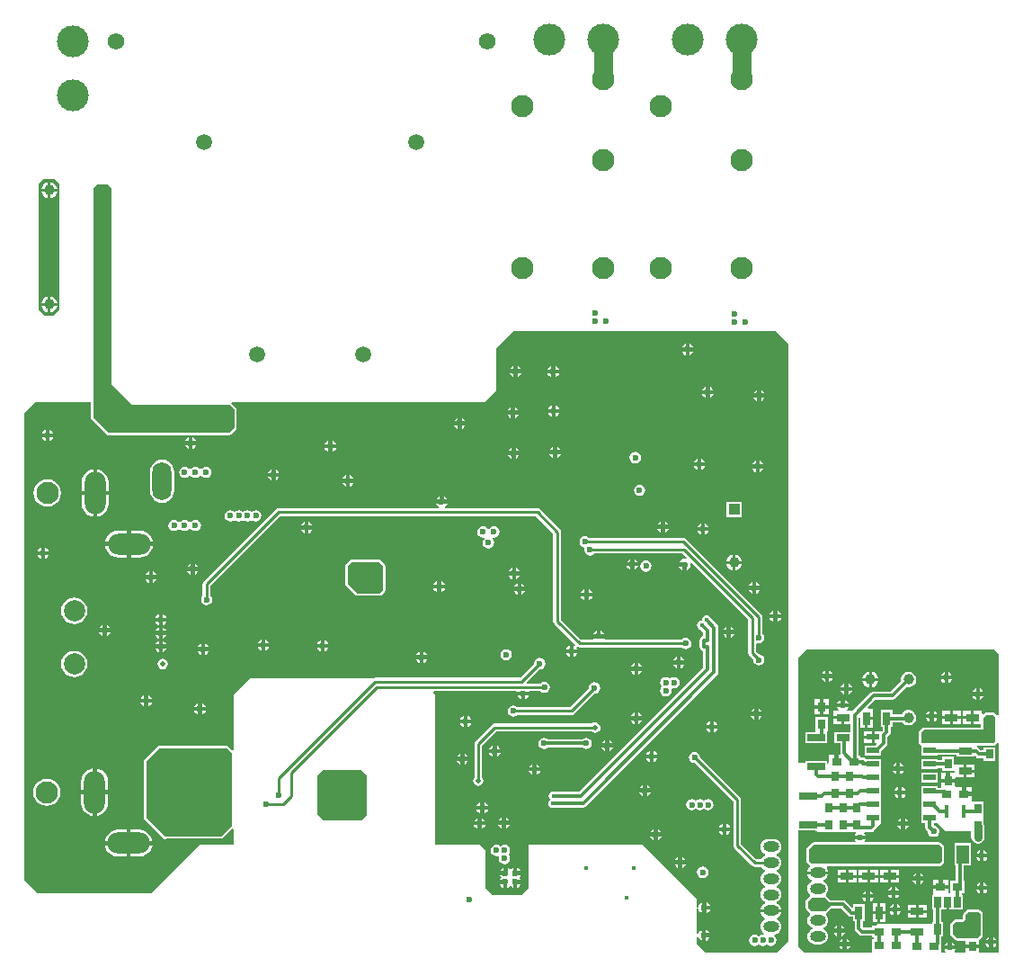
<source format=gbl>
G04*
G04 #@! TF.GenerationSoftware,Altium Limited,Altium Designer,23.4.1 (23)*
G04*
G04 Layer_Physical_Order=4*
G04 Layer_Color=16711680*
%FSLAX25Y25*%
%MOIN*%
G70*
G04*
G04 #@! TF.SameCoordinates,A51C0158-4689-45C6-BA85-3C71187D63DA*
G04*
G04*
G04 #@! TF.FilePolarity,Positive*
G04*
G01*
G75*
%ADD21C,0.01000*%
%ADD61C,0.08268*%
%ADD64C,0.01968*%
%ADD66R,0.03800X0.03100*%
%ADD68R,0.01693X0.04921*%
%ADD73R,0.05118X0.02756*%
%ADD82R,0.03100X0.03800*%
%ADD91R,0.02756X0.05118*%
%ADD102C,0.01200*%
%ADD103C,0.01100*%
%ADD105C,0.03000*%
%ADD106C,0.07000*%
%ADD109C,0.01470*%
%ADD113O,0.05906X0.03937*%
%ADD114C,0.03937*%
%ADD115C,0.06201*%
%ADD116C,0.11811*%
%ADD117R,0.03937X0.03937*%
%ADD118O,0.07087X0.14173*%
%ADD119O,0.07874X0.15748*%
%ADD120O,0.15748X0.07874*%
%ADD121C,0.07874*%
%ADD122C,0.05906*%
%ADD123C,0.01575*%
%ADD124R,0.03937X0.03937*%
%ADD125C,0.02362*%
%ADD126C,0.01772*%
%ADD162R,0.04646X0.02284*%
%ADD163R,0.04528X0.07087*%
%ADD164R,0.02756X0.03937*%
%ADD165R,0.06693X0.02756*%
G36*
X17000Y286300D02*
Y239700D01*
X14800Y237500D01*
X11400Y237500D01*
X9300Y239600D01*
X9300Y286500D01*
X10900Y288100D01*
X15200Y288100D01*
X17000Y286300D01*
D02*
G37*
G36*
X36200Y284588D02*
Y212200D01*
X43800Y204600D01*
X79800D01*
X81743Y202657D01*
X81743Y196143D01*
X79800Y194200D01*
X34900Y194200D01*
X29400Y199700D01*
X29400Y284532D01*
X30859Y285991D01*
X34796D01*
X36200Y284588D01*
D02*
G37*
G36*
X287100Y227200D02*
Y5800D01*
X282727Y1427D01*
X256673D01*
X253300Y4800D01*
Y7228D01*
X253800Y7277D01*
X253845Y7049D01*
X254328Y6328D01*
X255049Y5846D01*
X255150Y5825D01*
Y7900D01*
Y9975D01*
X255049Y9955D01*
X254328Y9472D01*
X253845Y8751D01*
X253800Y8523D01*
X253300Y8572D01*
Y17931D01*
X253800Y17980D01*
X253846Y17751D01*
X253945Y17249D01*
X254428Y16527D01*
X255149Y16045D01*
X255250Y16025D01*
Y18100D01*
Y20175D01*
X255149Y20155D01*
X254428Y19672D01*
X253945Y18951D01*
X253846Y18449D01*
X253800Y18220D01*
X253300Y18269D01*
Y21500D01*
X233000Y41800D01*
X232700Y41500D01*
X190800D01*
Y25300D01*
X188300Y22800D01*
X177600D01*
X174800Y25600D01*
Y39600D01*
X172900Y41500D01*
X156272D01*
Y97182D01*
X155543Y97911D01*
X155735Y98373D01*
X186271D01*
X186449Y98150D01*
X191151D01*
X191329Y98373D01*
X195155D01*
X195200Y98306D01*
X195888Y97846D01*
X196700Y97685D01*
X197512Y97846D01*
X198200Y98306D01*
X198660Y98995D01*
X198822Y99807D01*
X198660Y100619D01*
X198200Y101307D01*
X197512Y101767D01*
X196700Y101928D01*
X195888Y101767D01*
X195200Y101307D01*
X195146Y101227D01*
X190299D01*
X190108Y101689D01*
X194914Y106495D01*
X195000Y106478D01*
X195812Y106640D01*
X196500Y107100D01*
X196960Y107788D01*
X197122Y108600D01*
X196960Y109412D01*
X196500Y110100D01*
X195812Y110560D01*
X195000Y110722D01*
X194188Y110560D01*
X193500Y110100D01*
X193040Y109412D01*
X192878Y108600D01*
X192895Y108514D01*
X187709Y103327D01*
X133747D01*
X133531Y103284D01*
X87571D01*
X81469Y97182D01*
X81469Y76636D01*
X80969Y76429D01*
X79564Y77833D01*
X79417Y77932D01*
X79271Y78031D01*
X79268Y78031D01*
X79267Y78032D01*
X79094Y78067D01*
X78920Y78102D01*
X53952Y78218D01*
X53950Y78217D01*
X53948Y78218D01*
X53774Y78183D01*
X53600Y78149D01*
X53598Y78148D01*
X53596Y78148D01*
X53450Y78050D01*
X53302Y77952D01*
X53300Y77950D01*
X53299Y77949D01*
X48399Y73049D01*
X48200Y72751D01*
X48130Y72400D01*
Y51500D01*
X48200Y51149D01*
X48399Y50851D01*
X55499Y43751D01*
X55796Y43552D01*
X56147Y43482D01*
X56499Y43552D01*
X56693Y43682D01*
X76821D01*
X77172Y43752D01*
X77470Y43951D01*
X80969Y47450D01*
X81469Y47243D01*
X81469Y41500D01*
X68700D01*
X50700Y23500D01*
X8800D01*
X3900Y28400D01*
Y201600D01*
X8100Y205800D01*
X8400Y205500D01*
X28482D01*
Y199700D01*
X28552Y199349D01*
X28751Y199051D01*
X34251Y193551D01*
X34549Y193352D01*
X34900Y193282D01*
X79800Y193282D01*
X80151Y193352D01*
X80449Y193551D01*
X82392Y195494D01*
X82591Y195792D01*
X82661Y196143D01*
X82661Y202657D01*
X82591Y203008D01*
X82392Y203306D01*
X80698Y205000D01*
X80905Y205500D01*
X174400D01*
X178800Y209900D01*
Y225500D01*
X185200Y231900D01*
X282400D01*
X287100Y227200D01*
D02*
G37*
G36*
X365170Y112304D02*
Y89469D01*
X364866Y89323D01*
X364670Y89318D01*
X364649Y89349D01*
X363849Y90149D01*
X363551Y90348D01*
X363200Y90418D01*
X360428Y90418D01*
X360077Y90348D01*
X359779Y90149D01*
X359487Y89856D01*
X359025Y90048D01*
Y90988D01*
X355966D01*
Y88610D01*
Y86232D01*
X358482D01*
Y84918D01*
X337473D01*
X337122Y84848D01*
X336824Y84649D01*
X335860Y83685D01*
X335661Y83387D01*
X335592Y83036D01*
Y79593D01*
X335661Y79242D01*
X335860Y78944D01*
X336225Y78579D01*
X336537Y78208D01*
Y74524D01*
X342583D01*
Y74679D01*
X349451D01*
Y74131D01*
X355969D01*
Y74139D01*
X356469Y74346D01*
X356869Y73945D01*
X357365Y73614D01*
X357951Y73497D01*
X359515D01*
Y72427D01*
X364015D01*
Y77627D01*
X359515D01*
Y76556D01*
X358584D01*
X357850Y77290D01*
X357354Y77622D01*
X357095Y77673D01*
X357145Y78173D01*
X363330D01*
X363682Y78243D01*
X363979Y78442D01*
X364649Y79112D01*
X364670Y79143D01*
X365170Y78991D01*
Y1428D01*
X358015D01*
Y3017D01*
X355465D01*
X352915D01*
Y1428D01*
X348919D01*
X348712Y1928D01*
X348949Y2165D01*
X349150Y2650D01*
X345050D01*
X345251Y2165D01*
X345488Y1928D01*
X345281Y1428D01*
X344355D01*
X343893Y1928D01*
Y4166D01*
X344003Y4718D01*
Y7399D01*
X344551D01*
Y12735D01*
X344003D01*
Y17335D01*
X345713D01*
Y20303D01*
X346713D01*
Y17335D01*
X348591D01*
Y17635D01*
X352031D01*
Y22972D01*
X351483D01*
Y23565D01*
X352553D01*
Y28065D01*
X352329D01*
Y33657D01*
X354920D01*
Y42143D01*
X348992D01*
Y33657D01*
X349271D01*
Y28065D01*
X347353D01*
Y23685D01*
X346937Y23363D01*
X346553Y23465D01*
Y25065D01*
X340753D01*
Y23265D01*
X340395Y22972D01*
X340395D01*
Y17635D01*
X340944D01*
Y12735D01*
X340395D01*
Y12036D01*
X320126D01*
X319619Y11530D01*
X318219D01*
Y10809D01*
X315201D01*
X314869Y11142D01*
Y13041D01*
X315417D01*
Y19559D01*
X311261D01*
Y18370D01*
X310761Y18163D01*
X308524Y20400D01*
X308028Y20732D01*
X307442Y20848D01*
X302938D01*
X301323Y22464D01*
X301152Y22578D01*
X301070Y23014D01*
X301089Y23159D01*
X301114Y23179D01*
X301574Y23778D01*
X301863Y24476D01*
X301961Y25224D01*
X301863Y25973D01*
X301574Y26671D01*
X301114Y27270D01*
X300515Y27730D01*
X300219Y27852D01*
Y28394D01*
X300565Y28537D01*
X301185Y29013D01*
X301661Y29633D01*
X301960Y30355D01*
X301996Y30630D01*
X298084D01*
X294171D01*
X294207Y30355D01*
X294507Y29633D01*
X294982Y29013D01*
X295602Y28537D01*
X295948Y28394D01*
Y27852D01*
X295653Y27730D01*
X295054Y27270D01*
X294594Y26671D01*
X294305Y25973D01*
X294206Y25224D01*
X294305Y24476D01*
X294594Y23778D01*
X295054Y23179D01*
X295172Y23088D01*
X295136Y22485D01*
X295105Y22464D01*
X293882Y21241D01*
X293879Y21236D01*
X293875Y21233D01*
X293780Y21088D01*
X293683Y20943D01*
X293682Y20938D01*
X293679Y20933D01*
X293647Y20763D01*
X293613Y20592D01*
X293614Y20587D01*
X293613Y20582D01*
X293642Y17990D01*
X293678Y17820D01*
X293712Y17649D01*
X293715Y17645D01*
X293716Y17640D01*
X293814Y17497D01*
X293911Y17352D01*
X295105Y16158D01*
X295125Y16144D01*
X295155Y15537D01*
X295054Y15459D01*
X294594Y14860D01*
X294305Y14162D01*
X294206Y13413D01*
X294305Y12665D01*
X294594Y11967D01*
X295054Y11368D01*
X295653Y10908D01*
X296079Y10731D01*
Y10190D01*
X295653Y10013D01*
X295054Y9554D01*
X294594Y8954D01*
X294305Y8257D01*
X294206Y7508D01*
X294305Y6759D01*
X294594Y6061D01*
X295054Y5462D01*
X295653Y5002D01*
X296351Y4713D01*
X297099Y4615D01*
X299068D01*
X299817Y4713D01*
X300515Y5002D01*
X301114Y5462D01*
X301574Y6061D01*
X301863Y6759D01*
X301961Y7508D01*
X301863Y8257D01*
X301574Y8954D01*
X301114Y9554D01*
X300515Y10013D01*
X300088Y10190D01*
Y10731D01*
X300515Y10908D01*
X301114Y11368D01*
X301574Y11967D01*
X301863Y12665D01*
X301961Y13413D01*
X301863Y14162D01*
X301574Y14860D01*
X301114Y15459D01*
X301112Y15461D01*
X301094Y15611D01*
X301177Y16041D01*
X301352Y16158D01*
X302983Y17789D01*
X306809D01*
X309380Y15219D01*
X309876Y14887D01*
X310461Y14771D01*
X311261D01*
Y13041D01*
X311810D01*
Y10508D01*
X311926Y9923D01*
X312258Y9427D01*
X313487Y8198D01*
X313983Y7867D01*
X314568Y7750D01*
X318219D01*
Y7030D01*
X318919D01*
Y6412D01*
X318219D01*
Y1928D01*
X318219Y1911D01*
X318181Y1428D01*
X292946Y1427D01*
X290700Y3673D01*
Y46769D01*
X296931D01*
X298127Y46273D01*
X312082Y46273D01*
X312289Y45773D01*
X311951Y45436D01*
X311750Y44950D01*
X315850D01*
X315649Y45436D01*
X315320Y45764D01*
X315527Y46264D01*
X317912D01*
X317957Y46273D01*
X318469D01*
X318735Y46540D01*
X318994Y46712D01*
X319697Y47415D01*
X319869Y47673D01*
X321638Y49442D01*
Y53208D01*
Y58208D01*
Y63208D01*
Y68208D01*
Y73208D01*
X315957D01*
X315874Y73333D01*
X315853Y73353D01*
X315357Y73685D01*
X314772Y73801D01*
X313972D01*
Y74522D01*
X313251D01*
Y88563D01*
X313289Y88588D01*
X313789Y88321D01*
Y84741D01*
X315667D01*
Y88300D01*
X316167D01*
Y88800D01*
X318545D01*
Y91859D01*
X316767D01*
X316576Y92321D01*
X319497Y95242D01*
X325832D01*
X326417Y95359D01*
X326913Y95690D01*
X331093Y99870D01*
X331352Y99801D01*
X332107D01*
X332837Y99997D01*
X333491Y100374D01*
X334025Y100908D01*
X334403Y101562D01*
X334598Y102292D01*
Y103047D01*
X334403Y103777D01*
X334025Y104431D01*
X333491Y104965D01*
X332837Y105342D01*
X332107Y105538D01*
X331352D01*
X330622Y105342D01*
X329968Y104965D01*
X329434Y104431D01*
X329057Y103777D01*
X328861Y103047D01*
Y102292D01*
X328930Y102033D01*
X325198Y98301D01*
X318863D01*
X318278Y98185D01*
X317782Y97853D01*
X310917Y90988D01*
X309080D01*
X308873Y91488D01*
X309249Y91865D01*
X309450Y92350D01*
X305350D01*
X305551Y91865D01*
X305927Y91488D01*
X305720Y90988D01*
X303875D01*
Y89110D01*
X307434D01*
Y88610D01*
X307934D01*
Y86232D01*
X310192D01*
Y83208D01*
X304175D01*
Y79052D01*
X306429D01*
Y75335D01*
X306454Y75208D01*
X306137Y74822D01*
X305822D01*
Y72272D01*
X304322D01*
Y74822D01*
X302172D01*
Y71862D01*
X301672Y71595D01*
X301638Y71618D01*
Y72578D01*
X293545D01*
Y71878D01*
X290700D01*
Y110800D01*
X293874Y113974D01*
X363499Y113974D01*
X365170Y112304D01*
D02*
G37*
G36*
X364000Y88700D02*
Y79760D01*
X363330Y79091D01*
X337011D01*
X336509Y79593D01*
Y83036D01*
X337473Y84000D01*
X359400D01*
Y88472D01*
X360428Y89500D01*
X363200Y89500D01*
X364000Y88700D01*
D02*
G37*
G36*
X131000Y66900D02*
Y52400D01*
X129000Y50400D01*
X114800D01*
X112400Y52800D01*
Y67000D01*
X114400Y69000D01*
X128800Y69100D01*
X131000Y66900D01*
D02*
G37*
G36*
X78916Y77184D02*
X80700Y75400D01*
Y48479D01*
X76821Y44600D01*
X56348D01*
X56147Y44400D01*
X49047Y51500D01*
Y72400D01*
X53948Y77300D01*
X78916Y77184D01*
D02*
G37*
G36*
X303061Y19427D02*
Y19165D01*
X300703Y16807D01*
X295753D01*
X294560Y18001D01*
X294531Y20592D01*
X295753Y21815D01*
X300674D01*
X303061Y19427D01*
D02*
G37*
%LPC*%
G36*
X13643Y286962D02*
Y284523D01*
X16082D01*
X15909Y285169D01*
X15518Y285845D01*
X14965Y286398D01*
X14289Y286789D01*
X13643Y286962D01*
D02*
G37*
G36*
X12643D02*
X11997Y286789D01*
X11320Y286398D01*
X10767Y285845D01*
X10377Y285169D01*
X10204Y284523D01*
X12643D01*
Y286962D01*
D02*
G37*
G36*
X16082Y283523D02*
X13643D01*
Y281083D01*
X14289Y281257D01*
X14965Y281647D01*
X15518Y282200D01*
X15909Y282877D01*
X16082Y283523D01*
D02*
G37*
G36*
X12643D02*
X10204D01*
X10377Y282877D01*
X10767Y282200D01*
X11320Y281647D01*
X11997Y281257D01*
X12643Y281083D01*
Y283523D01*
D02*
G37*
G36*
X13643Y244639D02*
Y242200D01*
X16082D01*
X15909Y242846D01*
X15518Y243523D01*
X14965Y244075D01*
X14289Y244466D01*
X13643Y244639D01*
D02*
G37*
G36*
X12643D02*
X11997Y244466D01*
X11320Y244075D01*
X10767Y243523D01*
X10377Y242846D01*
X10204Y242200D01*
X12643D01*
Y244639D01*
D02*
G37*
G36*
X16082Y241200D02*
X13643D01*
Y238761D01*
X14289Y238934D01*
X14965Y239324D01*
X15518Y239877D01*
X15909Y240554D01*
X16082Y241200D01*
D02*
G37*
G36*
X12643D02*
X10204D01*
X10377Y240554D01*
X10767Y239877D01*
X11320Y239324D01*
X11997Y238934D01*
X12643Y238761D01*
Y241200D01*
D02*
G37*
G36*
X250550Y227075D02*
Y225750D01*
X251875D01*
X251855Y225851D01*
X251373Y226572D01*
X250651Y227055D01*
X250550Y227075D01*
D02*
G37*
G36*
X249050D02*
X248949Y227055D01*
X248228Y226572D01*
X247745Y225851D01*
X247725Y225750D01*
X249050D01*
Y227075D01*
D02*
G37*
G36*
X251875Y224250D02*
X250550D01*
Y222925D01*
X250651Y222945D01*
X251373Y223428D01*
X251855Y224149D01*
X251875Y224250D01*
D02*
G37*
G36*
X249050D02*
X247725D01*
X247745Y224149D01*
X248228Y223428D01*
X248949Y222945D01*
X249050Y222925D01*
Y224250D01*
D02*
G37*
G36*
X186750Y218975D02*
Y217650D01*
X188075D01*
X188055Y217751D01*
X187573Y218473D01*
X186851Y218955D01*
X186750Y218975D01*
D02*
G37*
G36*
X185250D02*
X185149Y218955D01*
X184427Y218473D01*
X183946Y217751D01*
X183925Y217650D01*
X185250D01*
Y218975D01*
D02*
G37*
G36*
X200750Y218875D02*
Y217550D01*
X202075D01*
X202055Y217651D01*
X201572Y218373D01*
X200851Y218855D01*
X200750Y218875D01*
D02*
G37*
G36*
X199250D02*
X199149Y218855D01*
X198427Y218373D01*
X197945Y217651D01*
X197925Y217550D01*
X199250D01*
Y218875D01*
D02*
G37*
G36*
X188075Y216150D02*
X186750D01*
Y214825D01*
X186851Y214845D01*
X187573Y215328D01*
X188055Y216049D01*
X188075Y216150D01*
D02*
G37*
G36*
X185250D02*
X183925D01*
X183946Y216049D01*
X184427Y215328D01*
X185149Y214845D01*
X185250Y214825D01*
Y216150D01*
D02*
G37*
G36*
X202075Y216050D02*
X200750D01*
Y214725D01*
X200851Y214745D01*
X201572Y215228D01*
X202055Y215949D01*
X202075Y216050D01*
D02*
G37*
G36*
X199250D02*
X197925D01*
X197945Y215949D01*
X198427Y215228D01*
X199149Y214745D01*
X199250Y214725D01*
Y216050D01*
D02*
G37*
G36*
X258050Y211175D02*
Y209850D01*
X259375D01*
X259355Y209951D01*
X258873Y210672D01*
X258151Y211155D01*
X258050Y211175D01*
D02*
G37*
G36*
X256550D02*
X256449Y211155D01*
X255728Y210672D01*
X255245Y209951D01*
X255225Y209850D01*
X256550D01*
Y211175D01*
D02*
G37*
G36*
X277050Y210075D02*
Y208750D01*
X278375D01*
X278355Y208851D01*
X277872Y209573D01*
X277151Y210055D01*
X277050Y210075D01*
D02*
G37*
G36*
X275550D02*
X275449Y210055D01*
X274728Y209573D01*
X274245Y208851D01*
X274225Y208750D01*
X275550D01*
Y210075D01*
D02*
G37*
G36*
X259375Y208350D02*
X258050D01*
Y207025D01*
X258151Y207045D01*
X258873Y207527D01*
X259355Y208249D01*
X259375Y208350D01*
D02*
G37*
G36*
X256550D02*
X255225D01*
X255245Y208249D01*
X255728Y207527D01*
X256449Y207045D01*
X256550Y207025D01*
Y208350D01*
D02*
G37*
G36*
X278375Y207250D02*
X277050D01*
Y205925D01*
X277151Y205945D01*
X277872Y206428D01*
X278355Y207149D01*
X278375Y207250D01*
D02*
G37*
G36*
X275550D02*
X274225D01*
X274245Y207149D01*
X274728Y206428D01*
X275449Y205945D01*
X275550Y205925D01*
Y207250D01*
D02*
G37*
G36*
X200950Y204275D02*
Y202950D01*
X202275D01*
X202255Y203051D01*
X201772Y203772D01*
X201051Y204255D01*
X200950Y204275D01*
D02*
G37*
G36*
X199450D02*
X199349Y204255D01*
X198627Y203772D01*
X198145Y203051D01*
X198125Y202950D01*
X199450D01*
Y204275D01*
D02*
G37*
G36*
X185850Y203775D02*
Y202450D01*
X187175D01*
X187154Y202551D01*
X186672Y203273D01*
X185951Y203754D01*
X185850Y203775D01*
D02*
G37*
G36*
X184350D02*
X184249Y203754D01*
X183528Y203273D01*
X183045Y202551D01*
X183025Y202450D01*
X184350D01*
Y203775D01*
D02*
G37*
G36*
X202275Y201450D02*
X200950D01*
Y200125D01*
X201051Y200146D01*
X201772Y200627D01*
X202255Y201349D01*
X202275Y201450D01*
D02*
G37*
G36*
X199450D02*
X198125D01*
X198145Y201349D01*
X198627Y200627D01*
X199349Y200146D01*
X199450Y200125D01*
Y201450D01*
D02*
G37*
G36*
X187175Y200950D02*
X185850D01*
Y199625D01*
X185951Y199645D01*
X186672Y200128D01*
X187154Y200849D01*
X187175Y200950D01*
D02*
G37*
G36*
X184350D02*
X183025D01*
X183045Y200849D01*
X183528Y200128D01*
X184249Y199645D01*
X184350Y199625D01*
Y200950D01*
D02*
G37*
G36*
X166050Y199775D02*
Y198450D01*
X167375D01*
X167355Y198551D01*
X166873Y199273D01*
X166151Y199755D01*
X166050Y199775D01*
D02*
G37*
G36*
X164550D02*
X164449Y199755D01*
X163727Y199273D01*
X163245Y198551D01*
X163225Y198450D01*
X164550D01*
Y199775D01*
D02*
G37*
G36*
X167375Y196950D02*
X166050D01*
Y195625D01*
X166151Y195645D01*
X166873Y196127D01*
X167355Y196849D01*
X167375Y196950D01*
D02*
G37*
G36*
X164550D02*
X163225D01*
X163245Y196849D01*
X163727Y196127D01*
X164449Y195645D01*
X164550Y195625D01*
Y196950D01*
D02*
G37*
G36*
X13250Y195175D02*
Y193850D01*
X14575D01*
X14555Y193951D01*
X14073Y194673D01*
X13351Y195155D01*
X13250Y195175D01*
D02*
G37*
G36*
X11750D02*
X11649Y195155D01*
X10927Y194673D01*
X10445Y193951D01*
X10425Y193850D01*
X11750D01*
Y195175D01*
D02*
G37*
G36*
X66350Y192375D02*
Y191050D01*
X67675D01*
X67655Y191151D01*
X67172Y191873D01*
X66451Y192355D01*
X66350Y192375D01*
D02*
G37*
G36*
X64850D02*
X64749Y192355D01*
X64028Y191873D01*
X63546Y191151D01*
X63525Y191050D01*
X64850D01*
Y192375D01*
D02*
G37*
G36*
X14575Y192350D02*
X13250D01*
Y191025D01*
X13351Y191045D01*
X14073Y191527D01*
X14555Y192249D01*
X14575Y192350D01*
D02*
G37*
G36*
X11750D02*
X10425D01*
X10445Y192249D01*
X10927Y191527D01*
X11649Y191045D01*
X11750Y191025D01*
Y192350D01*
D02*
G37*
G36*
X118150Y191175D02*
Y189850D01*
X119475D01*
X119455Y189951D01*
X118973Y190673D01*
X118251Y191155D01*
X118150Y191175D01*
D02*
G37*
G36*
X116650D02*
X116549Y191155D01*
X115828Y190673D01*
X115346Y189951D01*
X115325Y189850D01*
X116650D01*
Y191175D01*
D02*
G37*
G36*
X67675Y189550D02*
X66350D01*
Y188225D01*
X66451Y188245D01*
X67172Y188727D01*
X67655Y189449D01*
X67675Y189550D01*
D02*
G37*
G36*
X64850D02*
X63525D01*
X63546Y189449D01*
X64028Y188727D01*
X64749Y188245D01*
X64850Y188225D01*
Y189550D01*
D02*
G37*
G36*
X201450Y189075D02*
Y187750D01*
X202775D01*
X202754Y187851D01*
X202273Y188573D01*
X201551Y189055D01*
X201450Y189075D01*
D02*
G37*
G36*
X199950D02*
X199849Y189055D01*
X199127Y188573D01*
X198645Y187851D01*
X198625Y187750D01*
X199950D01*
Y189075D01*
D02*
G37*
G36*
X186050Y188675D02*
Y187350D01*
X187375D01*
X187355Y187451D01*
X186872Y188172D01*
X186151Y188654D01*
X186050Y188675D01*
D02*
G37*
G36*
X184550D02*
X184449Y188654D01*
X183728Y188172D01*
X183246Y187451D01*
X183225Y187350D01*
X184550D01*
Y188675D01*
D02*
G37*
G36*
X119475Y188350D02*
X118150D01*
Y187025D01*
X118251Y187046D01*
X118973Y187528D01*
X119455Y188249D01*
X119475Y188350D01*
D02*
G37*
G36*
X116650D02*
X115325D01*
X115346Y188249D01*
X115828Y187528D01*
X116549Y187046D01*
X116650Y187025D01*
Y188350D01*
D02*
G37*
G36*
X202775Y186250D02*
X201450D01*
Y184925D01*
X201551Y184945D01*
X202273Y185427D01*
X202754Y186149D01*
X202775Y186250D01*
D02*
G37*
G36*
X199950D02*
X198625D01*
X198645Y186149D01*
X199127Y185427D01*
X199849Y184945D01*
X199950Y184925D01*
Y186250D01*
D02*
G37*
G36*
X187375Y185850D02*
X186050D01*
Y184525D01*
X186151Y184546D01*
X186872Y185028D01*
X187355Y185749D01*
X187375Y185850D01*
D02*
G37*
G36*
X184550D02*
X183225D01*
X183246Y185749D01*
X183728Y185028D01*
X184449Y184546D01*
X184550Y184525D01*
Y185850D01*
D02*
G37*
G36*
X254950Y184475D02*
Y183150D01*
X256275D01*
X256255Y183251D01*
X255772Y183973D01*
X255051Y184455D01*
X254950Y184475D01*
D02*
G37*
G36*
X253450D02*
X253349Y184455D01*
X252627Y183973D01*
X252145Y183251D01*
X252125Y183150D01*
X253450D01*
Y184475D01*
D02*
G37*
G36*
X230448Y187022D02*
X229636Y186860D01*
X228947Y186400D01*
X228487Y185712D01*
X228326Y184900D01*
X228487Y184088D01*
X228947Y183400D01*
X229636Y182940D01*
X230448Y182778D01*
X231259Y182940D01*
X231948Y183400D01*
X232408Y184088D01*
X232569Y184900D01*
X232408Y185712D01*
X231948Y186400D01*
X231259Y186860D01*
X230448Y187022D01*
D02*
G37*
G36*
X276550Y183775D02*
Y182450D01*
X277875D01*
X277855Y182551D01*
X277373Y183273D01*
X276651Y183755D01*
X276550Y183775D01*
D02*
G37*
G36*
X275050D02*
X274949Y183755D01*
X274227Y183273D01*
X273745Y182551D01*
X273725Y182450D01*
X275050D01*
Y183775D01*
D02*
G37*
G36*
X71214Y181598D02*
X70402Y181437D01*
X69713Y180977D01*
X69546Y180726D01*
X68944D01*
X68777Y180977D01*
X68089Y181437D01*
X67277Y181598D01*
X66465Y181437D01*
X65776Y180977D01*
X65609Y180726D01*
X65007D01*
X64840Y180977D01*
X64152Y181437D01*
X63340Y181598D01*
X62528Y181437D01*
X61839Y180977D01*
X61379Y180288D01*
X61218Y179476D01*
X61379Y178664D01*
X61839Y177976D01*
X62528Y177516D01*
X63340Y177355D01*
X64152Y177516D01*
X64840Y177976D01*
X65007Y178227D01*
X65609D01*
X65776Y177976D01*
X66465Y177516D01*
X67277Y177355D01*
X68089Y177516D01*
X68777Y177976D01*
X68944Y178227D01*
X69546D01*
X69713Y177976D01*
X70402Y177516D01*
X71214Y177355D01*
X72026Y177516D01*
X72714Y177976D01*
X73174Y178664D01*
X73335Y179476D01*
X73174Y180288D01*
X72714Y180977D01*
X72026Y181437D01*
X71214Y181598D01*
D02*
G37*
G36*
X256275Y181650D02*
X254950D01*
Y180325D01*
X255051Y180345D01*
X255772Y180827D01*
X256255Y181549D01*
X256275Y181650D01*
D02*
G37*
G36*
X253450D02*
X252125D01*
X252145Y181549D01*
X252627Y180827D01*
X253349Y180345D01*
X253450Y180325D01*
Y181650D01*
D02*
G37*
G36*
X277875Y180950D02*
X276550D01*
Y179625D01*
X276651Y179646D01*
X277373Y180128D01*
X277855Y180849D01*
X277875Y180950D01*
D02*
G37*
G36*
X275050D02*
X273725D01*
X273745Y180849D01*
X274227Y180128D01*
X274949Y179646D01*
X275050Y179625D01*
Y180950D01*
D02*
G37*
G36*
X97050Y180586D02*
Y179261D01*
X98375D01*
X98355Y179362D01*
X97873Y180083D01*
X97151Y180566D01*
X97050Y180586D01*
D02*
G37*
G36*
X95550D02*
X95449Y180566D01*
X94727Y180083D01*
X94245Y179362D01*
X94225Y179261D01*
X95550D01*
Y180586D01*
D02*
G37*
G36*
X124650Y178375D02*
Y177050D01*
X125975D01*
X125954Y177151D01*
X125472Y177873D01*
X124751Y178355D01*
X124650Y178375D01*
D02*
G37*
G36*
X123150D02*
X123049Y178355D01*
X122327Y177873D01*
X121845Y177151D01*
X121825Y177050D01*
X123150D01*
Y178375D01*
D02*
G37*
G36*
X98375Y177761D02*
X97050D01*
Y176436D01*
X97151Y176456D01*
X97873Y176938D01*
X98355Y177660D01*
X98375Y177761D01*
D02*
G37*
G36*
X95550D02*
X94225D01*
X94245Y177660D01*
X94727Y176938D01*
X95449Y176456D01*
X95550Y176436D01*
Y177761D01*
D02*
G37*
G36*
X125975Y175550D02*
X124650D01*
Y174225D01*
X124751Y174246D01*
X125472Y174727D01*
X125954Y175449D01*
X125975Y175550D01*
D02*
G37*
G36*
X123150D02*
X121825D01*
X121845Y175449D01*
X122327Y174727D01*
X123049Y174246D01*
X123150Y174225D01*
Y175550D01*
D02*
G37*
G36*
X30867Y180618D02*
Y172550D01*
X35096D01*
Y175737D01*
X34927Y177026D01*
X34429Y178227D01*
X33638Y179258D01*
X32606Y180050D01*
X31405Y180547D01*
X30867Y180618D01*
D02*
G37*
G36*
X29366D02*
X28828Y180547D01*
X27627Y180050D01*
X26595Y179258D01*
X25804Y178227D01*
X25307Y177026D01*
X25137Y175737D01*
Y172550D01*
X29366D01*
Y180618D01*
D02*
G37*
G36*
X232000Y174922D02*
X231188Y174760D01*
X230500Y174300D01*
X230040Y173612D01*
X229878Y172800D01*
X230040Y171988D01*
X230500Y171300D01*
X231188Y170840D01*
X232000Y170678D01*
X232812Y170840D01*
X233500Y171300D01*
X233960Y171988D01*
X234122Y172800D01*
X233960Y173612D01*
X233500Y174300D01*
X232812Y174760D01*
X232000Y174922D01*
D02*
G37*
G36*
X159397Y170675D02*
Y169350D01*
X160722D01*
X160702Y169451D01*
X160220Y170173D01*
X159499Y170655D01*
X159397Y170675D01*
D02*
G37*
G36*
X157897D02*
X157797Y170655D01*
X157075Y170173D01*
X156593Y169451D01*
X156573Y169350D01*
X157897D01*
Y170675D01*
D02*
G37*
G36*
X54920Y184156D02*
X53760Y184003D01*
X52679Y183555D01*
X51751Y182843D01*
X51038Y181915D01*
X50591Y180834D01*
X50438Y179674D01*
Y172587D01*
X50591Y171428D01*
X51038Y170347D01*
X51751Y169418D01*
X52679Y168706D01*
X53760Y168259D01*
X54920Y168106D01*
X56080Y168259D01*
X57161Y168706D01*
X58089Y169418D01*
X58801Y170347D01*
X59249Y171428D01*
X59401Y172587D01*
Y179674D01*
X59249Y180834D01*
X58801Y181915D01*
X58089Y182843D01*
X57161Y183555D01*
X56080Y184003D01*
X54920Y184156D01*
D02*
G37*
G36*
X12400Y176877D02*
X11086Y176704D01*
X9861Y176197D01*
X8810Y175390D01*
X8003Y174339D01*
X7496Y173114D01*
X7323Y171800D01*
X7496Y170486D01*
X8003Y169261D01*
X8810Y168210D01*
X9861Y167403D01*
X11086Y166896D01*
X12400Y166723D01*
X13714Y166896D01*
X14939Y167403D01*
X15990Y168210D01*
X16797Y169261D01*
X17304Y170486D01*
X17477Y171800D01*
X17304Y173114D01*
X16797Y174339D01*
X15990Y175390D01*
X14939Y176197D01*
X13714Y176704D01*
X12400Y176877D01*
D02*
G37*
G36*
X89718Y165456D02*
X88906Y165295D01*
X88530Y165044D01*
X88143Y164869D01*
X87756Y165044D01*
X87380Y165295D01*
X86568Y165456D01*
X85756Y165295D01*
X85380Y165044D01*
X84993Y164869D01*
X84606Y165044D01*
X84230Y165295D01*
X83418Y165456D01*
X82606Y165295D01*
X82231Y165044D01*
X81844Y164869D01*
X81456Y165044D01*
X81081Y165295D01*
X80269Y165456D01*
X79457Y165295D01*
X78768Y164835D01*
X78308Y164147D01*
X78147Y163335D01*
X78308Y162523D01*
X78768Y161834D01*
X79457Y161374D01*
X80269Y161213D01*
X81081Y161374D01*
X81456Y161625D01*
X81844Y161801D01*
X82231Y161625D01*
X82606Y161374D01*
X83418Y161213D01*
X84230Y161374D01*
X84606Y161625D01*
X84993Y161801D01*
X85380Y161625D01*
X85756Y161374D01*
X86568Y161213D01*
X87380Y161374D01*
X87756Y161625D01*
X88143Y161801D01*
X88530Y161625D01*
X88906Y161374D01*
X89718Y161213D01*
X90530Y161374D01*
X91218Y161834D01*
X91678Y162523D01*
X91839Y163335D01*
X91678Y164147D01*
X91218Y164835D01*
X90530Y165295D01*
X89718Y165456D01*
D02*
G37*
G36*
X35096Y171050D02*
X30867D01*
Y162982D01*
X31405Y163053D01*
X32606Y163550D01*
X33638Y164342D01*
X34429Y165373D01*
X34927Y166574D01*
X35096Y167863D01*
Y171050D01*
D02*
G37*
G36*
X29366D02*
X25137D01*
Y167863D01*
X25307Y166574D01*
X25804Y165373D01*
X26595Y164342D01*
X27627Y163550D01*
X28828Y163053D01*
X29366Y162982D01*
Y171050D01*
D02*
G37*
G36*
X269916Y168611D02*
X264179D01*
Y162874D01*
X269916D01*
Y168611D01*
D02*
G37*
G36*
X67277Y161913D02*
X66465Y161752D01*
X65776Y161292D01*
X65609Y161041D01*
X65007D01*
X64840Y161292D01*
X64152Y161752D01*
X63340Y161913D01*
X62528Y161752D01*
X61839Y161292D01*
X61672Y161041D01*
X61070D01*
X60903Y161292D01*
X60215Y161752D01*
X59403Y161913D01*
X58591Y161752D01*
X57902Y161292D01*
X57442Y160603D01*
X57281Y159791D01*
X57442Y158979D01*
X57902Y158291D01*
X58591Y157831D01*
X59403Y157669D01*
X60215Y157831D01*
X60903Y158291D01*
X61070Y158542D01*
X61672D01*
X61839Y158291D01*
X62528Y157831D01*
X63340Y157669D01*
X64152Y157831D01*
X64840Y158291D01*
X65007Y158542D01*
X65609D01*
X65776Y158291D01*
X66465Y157831D01*
X67277Y157669D01*
X68089Y157831D01*
X68777Y158291D01*
X69237Y158979D01*
X69398Y159791D01*
X69237Y160603D01*
X68777Y161292D01*
X68089Y161752D01*
X67277Y161913D01*
D02*
G37*
G36*
X241450Y161375D02*
Y160050D01*
X242775D01*
X242755Y160151D01*
X242272Y160872D01*
X241551Y161354D01*
X241450Y161375D01*
D02*
G37*
G36*
X239950D02*
X239849Y161354D01*
X239127Y160872D01*
X238645Y160151D01*
X238625Y160050D01*
X239950D01*
Y161375D01*
D02*
G37*
G36*
X109350Y161075D02*
Y159750D01*
X110675D01*
X110654Y159851D01*
X110172Y160573D01*
X109451Y161055D01*
X109350Y161075D01*
D02*
G37*
G36*
X107850D02*
X107749Y161055D01*
X107027Y160573D01*
X106545Y159851D01*
X106525Y159750D01*
X107850D01*
Y161075D01*
D02*
G37*
G36*
X256250Y160475D02*
Y159150D01*
X257575D01*
X257555Y159251D01*
X257072Y159973D01*
X256351Y160454D01*
X256250Y160475D01*
D02*
G37*
G36*
X254750D02*
X254649Y160454D01*
X253927Y159973D01*
X253445Y159251D01*
X253425Y159150D01*
X254750D01*
Y160475D01*
D02*
G37*
G36*
X177947Y159522D02*
X177136Y159360D01*
X176447Y158900D01*
X176248Y158603D01*
X175647D01*
X175448Y158900D01*
X174759Y159360D01*
X173948Y159522D01*
X173135Y159360D01*
X172447Y158900D01*
X171987Y158212D01*
X171826Y157400D01*
X171987Y156588D01*
X172447Y155900D01*
X173135Y155440D01*
X173948Y155278D01*
X174182Y155325D01*
X174378Y155011D01*
X174422Y154863D01*
X173987Y154212D01*
X173826Y153400D01*
X173987Y152588D01*
X174447Y151900D01*
X175136Y151440D01*
X175947Y151278D01*
X176760Y151440D01*
X177448Y151900D01*
X177908Y152588D01*
X178069Y153400D01*
X177908Y154212D01*
X177473Y154863D01*
X177517Y155011D01*
X177713Y155325D01*
X177947Y155278D01*
X178760Y155440D01*
X179448Y155900D01*
X179908Y156588D01*
X180069Y157400D01*
X179908Y158212D01*
X179448Y158900D01*
X178760Y159360D01*
X177947Y159522D01*
D02*
G37*
G36*
X242775Y158550D02*
X241450D01*
Y157225D01*
X241551Y157246D01*
X242272Y157728D01*
X242755Y158449D01*
X242775Y158550D01*
D02*
G37*
G36*
X239950D02*
X238625D01*
X238645Y158449D01*
X239127Y157728D01*
X239849Y157246D01*
X239950Y157225D01*
Y158550D01*
D02*
G37*
G36*
X110675Y158250D02*
X109350D01*
Y156925D01*
X109451Y156946D01*
X110172Y157428D01*
X110654Y158149D01*
X110675Y158250D01*
D02*
G37*
G36*
X107850D02*
X106525D01*
X106545Y158149D01*
X107027Y157428D01*
X107749Y156946D01*
X107850Y156925D01*
Y158250D01*
D02*
G37*
G36*
X257575Y157650D02*
X256250D01*
Y156325D01*
X256351Y156345D01*
X257072Y156827D01*
X257555Y157549D01*
X257575Y157650D01*
D02*
G37*
G36*
X254750D02*
X253425D01*
X253445Y157549D01*
X253927Y156827D01*
X254649Y156345D01*
X254750Y156325D01*
Y157650D01*
D02*
G37*
G36*
X46652Y157882D02*
X43465D01*
Y153652D01*
X51533D01*
X51462Y154191D01*
X50964Y155392D01*
X50173Y156423D01*
X49142Y157215D01*
X47941Y157712D01*
X46652Y157882D01*
D02*
G37*
G36*
X41965D02*
X38778D01*
X37489Y157712D01*
X36288Y157215D01*
X35257Y156423D01*
X34466Y155392D01*
X33968Y154191D01*
X33897Y153652D01*
X41965D01*
Y157882D01*
D02*
G37*
G36*
X11550Y151575D02*
Y150250D01*
X12875D01*
X12855Y150351D01*
X12372Y151073D01*
X11651Y151555D01*
X11550Y151575D01*
D02*
G37*
G36*
X10050D02*
X9949Y151555D01*
X9228Y151073D01*
X8745Y150351D01*
X8725Y150250D01*
X10050D01*
Y151575D01*
D02*
G37*
G36*
X51533Y152152D02*
X43465D01*
Y147923D01*
X46652D01*
X47941Y148092D01*
X49142Y148590D01*
X50173Y149381D01*
X50964Y150413D01*
X51462Y151613D01*
X51533Y152152D01*
D02*
G37*
G36*
X41965D02*
X33897D01*
X33968Y151613D01*
X34466Y150413D01*
X35257Y149381D01*
X36288Y148590D01*
X37489Y148092D01*
X38778Y147923D01*
X41965D01*
Y152152D01*
D02*
G37*
G36*
X211856Y155822D02*
X211044Y155660D01*
X210355Y155200D01*
X209895Y154512D01*
X209734Y153700D01*
X209895Y152888D01*
X210355Y152200D01*
X211044Y151740D01*
X211274Y151694D01*
X211637Y151112D01*
X211559Y150719D01*
X211721Y149907D01*
X212181Y149219D01*
X212869Y148759D01*
X213681Y148597D01*
X214493Y148759D01*
X215181Y149219D01*
X215284Y149373D01*
X247909D01*
X249384Y147898D01*
X249137Y147437D01*
X248700Y147524D01*
X247849Y147354D01*
X247128Y146872D01*
X246645Y146151D01*
X246625Y146050D01*
X248700D01*
Y145300D01*
X249450D01*
Y143225D01*
X249551Y143245D01*
X250272Y143728D01*
X250755Y144449D01*
X250924Y145300D01*
X250837Y145737D01*
X251298Y145984D01*
X272273Y125009D01*
Y112500D01*
X272273Y112500D01*
X272381Y111954D01*
X272691Y111491D01*
X274100Y110081D01*
X274078Y109970D01*
X274240Y109158D01*
X274700Y108470D01*
X275388Y108010D01*
X276200Y107848D01*
X277012Y108010D01*
X277700Y108470D01*
X278160Y109158D01*
X278322Y109970D01*
X278160Y110782D01*
X277700Y111470D01*
X277012Y111930D01*
X276200Y112092D01*
X276139Y112080D01*
X275127Y113091D01*
Y115761D01*
X275627Y116142D01*
X276100Y116048D01*
X276912Y116210D01*
X277600Y116670D01*
X278060Y117358D01*
X278222Y118170D01*
X278060Y118982D01*
X277600Y119670D01*
X277527Y119719D01*
Y125700D01*
X277527Y125700D01*
X277419Y126246D01*
X277109Y126709D01*
X277109Y126709D01*
X249109Y154709D01*
X248646Y155019D01*
X248100Y155127D01*
X248100Y155127D01*
X213405D01*
X213356Y155200D01*
X212668Y155660D01*
X211856Y155822D01*
D02*
G37*
G36*
X12875Y148750D02*
X11550D01*
Y147425D01*
X11651Y147445D01*
X12372Y147927D01*
X12855Y148649D01*
X12875Y148750D01*
D02*
G37*
G36*
X10050D02*
X8725D01*
X8745Y148649D01*
X9228Y147927D01*
X9949Y147445D01*
X10050Y147425D01*
Y148750D01*
D02*
G37*
G36*
X267547Y148986D02*
Y146557D01*
X269976D01*
X269940Y146832D01*
X269640Y147555D01*
X269165Y148175D01*
X268545Y148651D01*
X267822Y148950D01*
X267547Y148986D01*
D02*
G37*
G36*
X266547Y148986D02*
X266273Y148950D01*
X265550Y148651D01*
X264930Y148175D01*
X264455Y147555D01*
X264155Y146832D01*
X264119Y146557D01*
X266547D01*
Y148986D01*
D02*
G37*
G36*
X230050Y147475D02*
Y146150D01*
X231375D01*
X231355Y146251D01*
X230873Y146973D01*
X230151Y147455D01*
X230050Y147475D01*
D02*
G37*
G36*
X228550D02*
X228449Y147455D01*
X227728Y146973D01*
X227245Y146251D01*
X227225Y146150D01*
X228550D01*
Y147475D01*
D02*
G37*
G36*
X67050Y145775D02*
Y144450D01*
X68375D01*
X68354Y144551D01*
X67873Y145273D01*
X67151Y145755D01*
X67050Y145775D01*
D02*
G37*
G36*
X65550D02*
X65449Y145755D01*
X64727Y145273D01*
X64245Y144551D01*
X64225Y144450D01*
X65550D01*
Y145775D01*
D02*
G37*
G36*
X231375Y144650D02*
X230050D01*
Y143325D01*
X230151Y143345D01*
X230873Y143827D01*
X231355Y144549D01*
X231375Y144650D01*
D02*
G37*
G36*
X228550D02*
X227225D01*
X227245Y144549D01*
X227728Y143827D01*
X228449Y143345D01*
X228550Y143325D01*
Y144650D01*
D02*
G37*
G36*
X247950Y144550D02*
X246625D01*
X246645Y144449D01*
X247128Y143728D01*
X247849Y143245D01*
X247950Y143225D01*
Y144550D01*
D02*
G37*
G36*
X269976Y145557D02*
X267547D01*
Y143129D01*
X267822Y143165D01*
X268545Y143465D01*
X269165Y143940D01*
X269640Y144560D01*
X269940Y145283D01*
X269976Y145557D01*
D02*
G37*
G36*
X266547D02*
X264119D01*
X264155Y145283D01*
X264455Y144560D01*
X264930Y143940D01*
X265550Y143465D01*
X266273Y143165D01*
X266547Y143129D01*
Y145557D01*
D02*
G37*
G36*
X186250Y144075D02*
Y142750D01*
X187575D01*
X187555Y142851D01*
X187073Y143572D01*
X186351Y144054D01*
X186250Y144075D01*
D02*
G37*
G36*
X184750D02*
X184649Y144054D01*
X183928Y143572D01*
X183446Y142851D01*
X183425Y142750D01*
X184750D01*
Y144075D01*
D02*
G37*
G36*
X234400Y146822D02*
X233588Y146660D01*
X232900Y146200D01*
X232440Y145512D01*
X232278Y144700D01*
X232440Y143888D01*
X232900Y143200D01*
X233588Y142740D01*
X234400Y142578D01*
X235212Y142740D01*
X235900Y143200D01*
X236360Y143888D01*
X236522Y144700D01*
X236360Y145512D01*
X235900Y146200D01*
X235212Y146660D01*
X234400Y146822D01*
D02*
G37*
G36*
X68375Y142950D02*
X67050D01*
Y141625D01*
X67151Y141646D01*
X67873Y142128D01*
X68354Y142849D01*
X68375Y142950D01*
D02*
G37*
G36*
X65550D02*
X64225D01*
X64245Y142849D01*
X64727Y142128D01*
X65449Y141646D01*
X65550Y141625D01*
Y142950D01*
D02*
G37*
G36*
X51550Y142675D02*
Y141350D01*
X52875D01*
X52855Y141451D01*
X52372Y142173D01*
X51651Y142655D01*
X51550Y142675D01*
D02*
G37*
G36*
X50050D02*
X49949Y142655D01*
X49227Y142173D01*
X48745Y141451D01*
X48725Y141350D01*
X50050D01*
Y142675D01*
D02*
G37*
G36*
X187575Y141250D02*
X186250D01*
Y139925D01*
X186351Y139945D01*
X187073Y140427D01*
X187555Y141149D01*
X187575Y141250D01*
D02*
G37*
G36*
X184750D02*
X183425D01*
X183446Y141149D01*
X183928Y140427D01*
X184649Y139945D01*
X184750Y139925D01*
Y141250D01*
D02*
G37*
G36*
X52875Y139850D02*
X51550D01*
Y138525D01*
X51651Y138546D01*
X52372Y139028D01*
X52855Y139749D01*
X52875Y139850D01*
D02*
G37*
G36*
X50050D02*
X48725D01*
X48745Y139749D01*
X49227Y139028D01*
X49949Y138546D01*
X50050Y138525D01*
Y139850D01*
D02*
G37*
G36*
X158450Y139175D02*
Y137850D01*
X159775D01*
X159755Y137951D01*
X159273Y138672D01*
X158551Y139155D01*
X158450Y139175D01*
D02*
G37*
G36*
X156950D02*
X156849Y139155D01*
X156128Y138672D01*
X155646Y137951D01*
X155625Y137850D01*
X156950D01*
Y139175D01*
D02*
G37*
G36*
X275350Y138675D02*
Y137350D01*
X276675D01*
X276655Y137451D01*
X276172Y138172D01*
X275451Y138654D01*
X275350Y138675D01*
D02*
G37*
G36*
X273850D02*
X273749Y138654D01*
X273027Y138172D01*
X272545Y137451D01*
X272525Y137350D01*
X273850D01*
Y138675D01*
D02*
G37*
G36*
X188200Y138324D02*
Y137000D01*
X189525D01*
X189505Y137101D01*
X189023Y137822D01*
X188301Y138304D01*
X188200Y138324D01*
D02*
G37*
G36*
X186700D02*
X186599Y138304D01*
X185878Y137822D01*
X185396Y137101D01*
X185375Y137000D01*
X186700D01*
Y138324D01*
D02*
G37*
G36*
X159775Y136350D02*
X158450D01*
Y135025D01*
X158551Y135046D01*
X159273Y135528D01*
X159755Y136249D01*
X159775Y136350D01*
D02*
G37*
G36*
X156950D02*
X155625D01*
X155646Y136249D01*
X156128Y135528D01*
X156849Y135046D01*
X156950Y135025D01*
Y136350D01*
D02*
G37*
G36*
X213150Y136175D02*
Y134850D01*
X214475D01*
X214455Y134951D01*
X213972Y135672D01*
X213251Y136154D01*
X213150Y136175D01*
D02*
G37*
G36*
X211650D02*
X211549Y136154D01*
X210827Y135672D01*
X210345Y134951D01*
X210325Y134850D01*
X211650D01*
Y136175D01*
D02*
G37*
G36*
X276675Y135850D02*
X275350D01*
Y134525D01*
X275451Y134546D01*
X276172Y135028D01*
X276655Y135749D01*
X276675Y135850D01*
D02*
G37*
G36*
X273850D02*
X272525D01*
X272545Y135749D01*
X273027Y135028D01*
X273749Y134546D01*
X273850Y134525D01*
Y135850D01*
D02*
G37*
G36*
X189525Y135500D02*
X188200D01*
Y134175D01*
X188301Y134195D01*
X189023Y134677D01*
X189505Y135399D01*
X189525Y135500D01*
D02*
G37*
G36*
X186700D02*
X185375D01*
X185396Y135399D01*
X185878Y134677D01*
X186599Y134195D01*
X186700Y134175D01*
Y135500D01*
D02*
G37*
G36*
X135547Y147118D02*
X125147D01*
X124796Y147048D01*
X124499Y146849D01*
X123210Y145560D01*
X123011Y145263D01*
X122941Y144911D01*
Y138089D01*
X123011Y137738D01*
X123210Y137440D01*
X126699Y133951D01*
X126996Y133752D01*
X127348Y133682D01*
X135547D01*
X135899Y133752D01*
X136196Y133951D01*
X137496Y135251D01*
X137695Y135549D01*
X137765Y135900D01*
Y144900D01*
X137695Y145251D01*
X137496Y145549D01*
X136196Y146849D01*
X135899Y147048D01*
X135547Y147118D01*
D02*
G37*
G36*
X214475Y133350D02*
X213150D01*
Y132025D01*
X213251Y132045D01*
X213972Y132527D01*
X214455Y133249D01*
X214475Y133350D01*
D02*
G37*
G36*
X211650D02*
X210325D01*
X210345Y133249D01*
X210827Y132527D01*
X211549Y132045D01*
X211650Y132025D01*
Y133350D01*
D02*
G37*
G36*
X283150Y128175D02*
Y126850D01*
X284475D01*
X284455Y126951D01*
X283973Y127673D01*
X283251Y128155D01*
X283150Y128175D01*
D02*
G37*
G36*
X281650D02*
X281549Y128155D01*
X280827Y127673D01*
X280345Y126951D01*
X280325Y126850D01*
X281650D01*
Y128175D01*
D02*
G37*
G36*
X55250Y126925D02*
Y125600D01*
X56575D01*
X56555Y125701D01*
X56072Y126423D01*
X55351Y126904D01*
X55250Y126925D01*
D02*
G37*
G36*
X53750D02*
X53649Y126904D01*
X52928Y126423D01*
X52446Y125701D01*
X52425Y125600D01*
X53750D01*
Y126925D01*
D02*
G37*
G36*
X284475Y125350D02*
X283150D01*
Y124025D01*
X283251Y124046D01*
X283973Y124528D01*
X284455Y125249D01*
X284475Y125350D01*
D02*
G37*
G36*
X281650D02*
X280325D01*
X280345Y125249D01*
X280827Y124528D01*
X281549Y124046D01*
X281650Y124025D01*
Y125350D01*
D02*
G37*
G36*
X22395Y132996D02*
X21132Y132830D01*
X19955Y132342D01*
X18945Y131567D01*
X18170Y130557D01*
X17682Y129380D01*
X17516Y128117D01*
X17682Y126855D01*
X18170Y125678D01*
X18945Y124667D01*
X19955Y123892D01*
X21132Y123405D01*
X22395Y123238D01*
X23658Y123405D01*
X24834Y123892D01*
X25845Y124667D01*
X26620Y125678D01*
X27107Y126855D01*
X27274Y128117D01*
X27107Y129380D01*
X26620Y130557D01*
X25845Y131567D01*
X24834Y132342D01*
X23658Y132830D01*
X22395Y132996D01*
D02*
G37*
G36*
X56575Y124100D02*
X55250D01*
Y122775D01*
X55351Y122795D01*
X56072Y123277D01*
X56555Y123999D01*
X56575Y124100D01*
D02*
G37*
G36*
X53750D02*
X52425D01*
X52446Y123999D01*
X52928Y123277D01*
X53649Y122795D01*
X53750Y122775D01*
Y124100D01*
D02*
G37*
G36*
X34450Y123075D02*
Y121750D01*
X35775D01*
X35755Y121851D01*
X35272Y122573D01*
X34551Y123055D01*
X34450Y123075D01*
D02*
G37*
G36*
X32950D02*
X32849Y123055D01*
X32127Y122573D01*
X31645Y121851D01*
X31625Y121750D01*
X32950D01*
Y123075D01*
D02*
G37*
G36*
X265850Y122375D02*
Y121050D01*
X267175D01*
X267155Y121151D01*
X266672Y121872D01*
X265951Y122354D01*
X265850Y122375D01*
D02*
G37*
G36*
X264350D02*
X264249Y122354D01*
X263527Y121872D01*
X263045Y121151D01*
X263025Y121050D01*
X264350D01*
Y122375D01*
D02*
G37*
G36*
X55250Y121975D02*
Y120650D01*
X56575D01*
X56555Y120751D01*
X56072Y121473D01*
X55351Y121955D01*
X55250Y121975D01*
D02*
G37*
G36*
X53750D02*
X53649Y121955D01*
X52928Y121473D01*
X52446Y120751D01*
X52425Y120650D01*
X53750D01*
Y121975D01*
D02*
G37*
G36*
X217650Y120775D02*
Y119450D01*
X218975D01*
X218955Y119551D01*
X218473Y120273D01*
X217751Y120755D01*
X217650Y120775D01*
D02*
G37*
G36*
X216150D02*
X216049Y120755D01*
X215328Y120273D01*
X214845Y119551D01*
X214825Y119450D01*
X216150D01*
Y120775D01*
D02*
G37*
G36*
X35775Y120250D02*
X34450D01*
Y118925D01*
X34551Y118946D01*
X35272Y119428D01*
X35755Y120149D01*
X35775Y120250D01*
D02*
G37*
G36*
X32950D02*
X31625D01*
X31645Y120149D01*
X32127Y119428D01*
X32849Y118946D01*
X32950Y118925D01*
Y120250D01*
D02*
G37*
G36*
X267175Y119550D02*
X265850D01*
Y118225D01*
X265951Y118245D01*
X266672Y118728D01*
X267155Y119449D01*
X267175Y119550D01*
D02*
G37*
G36*
X264350D02*
X263025D01*
X263045Y119449D01*
X263527Y118728D01*
X264249Y118245D01*
X264350Y118225D01*
Y119550D01*
D02*
G37*
G36*
X56575Y119150D02*
X55250D01*
Y117825D01*
X55351Y117845D01*
X56072Y118327D01*
X56555Y119049D01*
X56575Y119150D01*
D02*
G37*
G36*
X53750D02*
X52425D01*
X52446Y119049D01*
X52928Y118327D01*
X53649Y117845D01*
X53750Y117825D01*
Y119150D01*
D02*
G37*
G36*
X93350Y117475D02*
Y116150D01*
X94675D01*
X94655Y116251D01*
X94173Y116972D01*
X93451Y117455D01*
X93350Y117475D01*
D02*
G37*
G36*
X91850D02*
X91749Y117455D01*
X91027Y116972D01*
X90545Y116251D01*
X90525Y116150D01*
X91850D01*
Y117475D01*
D02*
G37*
G36*
X115350Y117275D02*
Y115950D01*
X116675D01*
X116655Y116051D01*
X116173Y116772D01*
X115451Y117254D01*
X115350Y117275D01*
D02*
G37*
G36*
X113850D02*
X113749Y117254D01*
X113028Y116772D01*
X112546Y116051D01*
X112525Y115950D01*
X113850D01*
Y117275D01*
D02*
G37*
G36*
X55250Y116975D02*
Y115650D01*
X56575D01*
X56555Y115751D01*
X56072Y116472D01*
X55351Y116955D01*
X55250Y116975D01*
D02*
G37*
G36*
X53750D02*
X53649Y116955D01*
X52928Y116472D01*
X52446Y115751D01*
X52425Y115650D01*
X53750D01*
Y116975D01*
D02*
G37*
G36*
X160722Y167850D02*
X156573D01*
X156593Y167749D01*
X157075Y167027D01*
X157551Y166709D01*
X157399Y166209D01*
X98131D01*
X97565Y166097D01*
X97086Y165777D01*
X70402Y139093D01*
X70082Y138613D01*
X69969Y138048D01*
Y133755D01*
X69540Y133112D01*
X69378Y132300D01*
X69540Y131488D01*
X70000Y130800D01*
X70688Y130340D01*
X71500Y130178D01*
X72312Y130340D01*
X73000Y130800D01*
X73460Y131488D01*
X73622Y132300D01*
X73460Y133112D01*
X73000Y133800D01*
X72926Y133850D01*
Y137435D01*
X98743Y163253D01*
X193456D01*
X200022Y156688D01*
Y124300D01*
X200134Y123734D01*
X200455Y123255D01*
X208261Y115448D01*
X207942Y115060D01*
X207651Y115254D01*
X207550Y115275D01*
Y113950D01*
X208875D01*
X208855Y114051D01*
X208530Y114536D01*
X208891Y114897D01*
X209134Y114734D01*
X209700Y114622D01*
X247665D01*
X247679Y114600D01*
X248368Y114140D01*
X249180Y113978D01*
X249992Y114140D01*
X250680Y114600D01*
X251140Y115288D01*
X251302Y116100D01*
X251140Y116912D01*
X250680Y117600D01*
X249992Y118060D01*
X249180Y118222D01*
X248368Y118060D01*
X247679Y117600D01*
X247665Y117578D01*
X219329D01*
X219085Y117950D01*
X214715D01*
X214471Y117578D01*
X210312D01*
X202978Y124912D01*
Y157300D01*
X202866Y157866D01*
X202545Y158345D01*
X195114Y165777D01*
X194635Y166097D01*
X194069Y166209D01*
X159896D01*
X159744Y166709D01*
X160220Y167027D01*
X160702Y167749D01*
X160722Y167850D01*
D02*
G37*
G36*
X70950Y115975D02*
Y114650D01*
X72275D01*
X72255Y114751D01*
X71772Y115472D01*
X71051Y115954D01*
X70950Y115975D01*
D02*
G37*
G36*
X69450D02*
X69349Y115954D01*
X68628Y115472D01*
X68146Y114751D01*
X68125Y114650D01*
X69450D01*
Y115975D01*
D02*
G37*
G36*
X206050Y115275D02*
X205949Y115254D01*
X205227Y114772D01*
X204746Y114051D01*
X204725Y113950D01*
X206050D01*
Y115275D01*
D02*
G37*
G36*
X94675Y114650D02*
X93350D01*
Y113325D01*
X93451Y113346D01*
X94173Y113828D01*
X94655Y114549D01*
X94675Y114650D01*
D02*
G37*
G36*
X91850D02*
X90525D01*
X90545Y114549D01*
X91027Y113828D01*
X91749Y113346D01*
X91850Y113325D01*
Y114650D01*
D02*
G37*
G36*
X116675Y114450D02*
X115350D01*
Y113125D01*
X115451Y113145D01*
X116173Y113628D01*
X116655Y114349D01*
X116675Y114450D01*
D02*
G37*
G36*
X113850D02*
X112525D01*
X112546Y114349D01*
X113028Y113628D01*
X113749Y113145D01*
X113850Y113125D01*
Y114450D01*
D02*
G37*
G36*
X56575Y114150D02*
X55250D01*
Y112825D01*
X55351Y112846D01*
X56072Y113328D01*
X56555Y114049D01*
X56575Y114150D01*
D02*
G37*
G36*
X53750D02*
X52425D01*
X52446Y114049D01*
X52928Y113328D01*
X53649Y112846D01*
X53750Y112825D01*
Y114150D01*
D02*
G37*
G36*
X72275Y113150D02*
X70950D01*
Y111825D01*
X71051Y111846D01*
X71772Y112328D01*
X72255Y113049D01*
X72275Y113150D01*
D02*
G37*
G36*
X69450D02*
X68125D01*
X68146Y113049D01*
X68628Y112328D01*
X69349Y111846D01*
X69450Y111825D01*
Y113150D01*
D02*
G37*
G36*
X151950Y112975D02*
Y111650D01*
X153275D01*
X153254Y111751D01*
X152772Y112472D01*
X152051Y112954D01*
X151950Y112975D01*
D02*
G37*
G36*
X150450D02*
X150349Y112954D01*
X149627Y112472D01*
X149145Y111751D01*
X149125Y111650D01*
X150450D01*
Y112975D01*
D02*
G37*
G36*
X208875Y112450D02*
X207550D01*
Y111125D01*
X207651Y111145D01*
X208372Y111627D01*
X208855Y112349D01*
X208875Y112450D01*
D02*
G37*
G36*
X206050D02*
X204725D01*
X204746Y112349D01*
X205227Y111627D01*
X205949Y111145D01*
X206050Y111125D01*
Y112450D01*
D02*
G37*
G36*
X247350Y111075D02*
Y109750D01*
X248675D01*
X248655Y109851D01*
X248172Y110573D01*
X247451Y111055D01*
X247350Y111075D01*
D02*
G37*
G36*
X245850D02*
X245749Y111055D01*
X245027Y110573D01*
X244545Y109851D01*
X244525Y109750D01*
X245850D01*
Y111075D01*
D02*
G37*
G36*
X182540Y113962D02*
X181728Y113801D01*
X181040Y113341D01*
X180580Y112652D01*
X180418Y111840D01*
X180580Y111028D01*
X181040Y110340D01*
X181728Y109880D01*
X182540Y109718D01*
X183352Y109880D01*
X184041Y110340D01*
X184501Y111028D01*
X184662Y111840D01*
X184501Y112652D01*
X184041Y113341D01*
X183352Y113801D01*
X182540Y113962D01*
D02*
G37*
G36*
X153275Y110150D02*
X151950D01*
Y108825D01*
X152051Y108845D01*
X152772Y109327D01*
X153254Y110049D01*
X153275Y110150D01*
D02*
G37*
G36*
X150450D02*
X149125D01*
X149145Y110049D01*
X149627Y109327D01*
X150349Y108845D01*
X150450Y108825D01*
Y110150D01*
D02*
G37*
G36*
X231550Y108775D02*
Y107450D01*
X232875D01*
X232855Y107551D01*
X232372Y108273D01*
X231651Y108755D01*
X231550Y108775D01*
D02*
G37*
G36*
X230050D02*
X229949Y108755D01*
X229227Y108273D01*
X228745Y107551D01*
X228725Y107450D01*
X230050D01*
Y108775D01*
D02*
G37*
G36*
X248675Y108250D02*
X247350D01*
Y106925D01*
X247451Y106946D01*
X248172Y107428D01*
X248655Y108149D01*
X248675Y108250D01*
D02*
G37*
G36*
X245850D02*
X244525D01*
X244545Y108149D01*
X245027Y107428D01*
X245749Y106946D01*
X245850Y106925D01*
Y108250D01*
D02*
G37*
G36*
X55147Y110321D02*
X54412Y110175D01*
X53789Y109758D01*
X53373Y109135D01*
X53226Y108400D01*
X53373Y107665D01*
X53789Y107042D01*
X54412Y106625D01*
X55147Y106479D01*
X55883Y106625D01*
X56506Y107042D01*
X56922Y107665D01*
X57069Y108400D01*
X56922Y109135D01*
X56506Y109758D01*
X55883Y110175D01*
X55147Y110321D01*
D02*
G37*
G36*
X232875Y105950D02*
X231550D01*
Y104625D01*
X231651Y104646D01*
X232372Y105128D01*
X232855Y105849D01*
X232875Y105950D01*
D02*
G37*
G36*
X230050D02*
X228725D01*
X228745Y105849D01*
X229227Y105128D01*
X229949Y104646D01*
X230050Y104625D01*
Y105950D01*
D02*
G37*
G36*
X22395Y113311D02*
X21132Y113145D01*
X19955Y112657D01*
X18945Y111882D01*
X18170Y110872D01*
X17682Y109695D01*
X17516Y108432D01*
X17682Y107169D01*
X18170Y105993D01*
X18945Y104982D01*
X19955Y104207D01*
X21132Y103720D01*
X22395Y103553D01*
X23658Y103720D01*
X24834Y104207D01*
X25845Y104982D01*
X26620Y105993D01*
X27107Y107169D01*
X27274Y108432D01*
X27107Y109695D01*
X26620Y110872D01*
X25845Y111882D01*
X24834Y112657D01*
X23658Y113145D01*
X22395Y113311D01*
D02*
G37*
G36*
X244800Y103622D02*
X243988Y103460D01*
X243300Y103001D01*
X242612Y103460D01*
X241800Y103622D01*
X240988Y103460D01*
X240300Y103000D01*
X239840Y102312D01*
X239678Y101500D01*
X239840Y100688D01*
X240299Y100000D01*
X239840Y99312D01*
X239678Y98500D01*
X239840Y97688D01*
X240300Y97000D01*
X240988Y96540D01*
X241800Y96378D01*
X242612Y96540D01*
X243300Y97000D01*
X243760Y97688D01*
X243922Y98500D01*
X243801Y99106D01*
X243805Y99113D01*
X244187Y99496D01*
X244194Y99499D01*
X244800Y99378D01*
X245612Y99540D01*
X246300Y100000D01*
X246760Y100688D01*
X246922Y101500D01*
X246760Y102312D01*
X246300Y103000D01*
X245612Y103460D01*
X244800Y103622D01*
D02*
G37*
G36*
X215300Y101722D02*
X214488Y101560D01*
X213800Y101100D01*
X213340Y100412D01*
X213178Y99600D01*
X213183Y99574D01*
X206088Y92478D01*
X186715D01*
X186700Y92500D01*
X186012Y92960D01*
X185200Y93122D01*
X184388Y92960D01*
X183700Y92500D01*
X183240Y91812D01*
X183078Y91000D01*
X183240Y90188D01*
X183700Y89500D01*
X184388Y89040D01*
X185200Y88878D01*
X186012Y89040D01*
X186700Y89500D01*
X186715Y89522D01*
X206700D01*
X207266Y89634D01*
X207745Y89955D01*
X215274Y97483D01*
X215300Y97478D01*
X216112Y97640D01*
X216800Y98100D01*
X217260Y98788D01*
X217422Y99600D01*
X217260Y100412D01*
X216800Y101100D01*
X216112Y101560D01*
X215300Y101722D01*
D02*
G37*
G36*
X49850Y96875D02*
Y95550D01*
X51175D01*
X51155Y95651D01*
X50673Y96372D01*
X49951Y96855D01*
X49850Y96875D01*
D02*
G37*
G36*
X48350D02*
X48249Y96855D01*
X47528Y96372D01*
X47045Y95651D01*
X47025Y95550D01*
X48350D01*
Y96875D01*
D02*
G37*
G36*
X190875Y96650D02*
X189550D01*
Y95325D01*
X189651Y95345D01*
X190373Y95828D01*
X190855Y96549D01*
X190875Y96650D01*
D02*
G37*
G36*
X188050D02*
X186725D01*
X186746Y96549D01*
X187227Y95828D01*
X187949Y95345D01*
X188050Y95325D01*
Y96650D01*
D02*
G37*
G36*
X51175Y94050D02*
X49850D01*
Y92725D01*
X49951Y92746D01*
X50673Y93227D01*
X51155Y93949D01*
X51175Y94050D01*
D02*
G37*
G36*
X48350D02*
X47025D01*
X47045Y93949D01*
X47528Y93227D01*
X48249Y92746D01*
X48350Y92725D01*
Y94050D01*
D02*
G37*
G36*
X69750Y93875D02*
Y92550D01*
X71075D01*
X71055Y92651D01*
X70573Y93372D01*
X69851Y93854D01*
X69750Y93875D01*
D02*
G37*
G36*
X68250D02*
X68149Y93854D01*
X67427Y93372D01*
X66945Y92651D01*
X66925Y92550D01*
X68250D01*
Y93875D01*
D02*
G37*
G36*
X276050Y92075D02*
Y90750D01*
X277375D01*
X277355Y90851D01*
X276872Y91572D01*
X276151Y92054D01*
X276050Y92075D01*
D02*
G37*
G36*
X274550D02*
X274449Y92054D01*
X273727Y91572D01*
X273245Y90851D01*
X273225Y90750D01*
X274550D01*
Y92075D01*
D02*
G37*
G36*
X71075Y91050D02*
X69750D01*
Y89725D01*
X69851Y89745D01*
X70573Y90228D01*
X71055Y90949D01*
X71075Y91050D01*
D02*
G37*
G36*
X68250D02*
X66925D01*
X66945Y90949D01*
X67427Y90228D01*
X68149Y89745D01*
X68250Y89725D01*
Y91050D01*
D02*
G37*
G36*
X231550Y90375D02*
Y89050D01*
X232875D01*
X232855Y89151D01*
X232372Y89872D01*
X231651Y90355D01*
X231550Y90375D01*
D02*
G37*
G36*
X230050D02*
X229949Y90355D01*
X229227Y89872D01*
X228745Y89151D01*
X228725Y89050D01*
X230050D01*
Y90375D01*
D02*
G37*
G36*
X277375Y89250D02*
X276050D01*
Y87925D01*
X276151Y87945D01*
X276872Y88428D01*
X277355Y89149D01*
X277375Y89250D01*
D02*
G37*
G36*
X274550D02*
X273225D01*
X273245Y89149D01*
X273727Y88428D01*
X274449Y87945D01*
X274550Y87925D01*
Y89250D01*
D02*
G37*
G36*
X168350Y89175D02*
Y87850D01*
X169675D01*
X169655Y87951D01*
X169173Y88673D01*
X168451Y89154D01*
X168350Y89175D01*
D02*
G37*
G36*
X166850D02*
X166749Y89154D01*
X166027Y88673D01*
X165545Y87951D01*
X165525Y87850D01*
X166850D01*
Y89175D01*
D02*
G37*
G36*
X215600Y86821D02*
X214865Y86675D01*
X214345Y86327D01*
X178200D01*
X178200Y86327D01*
X177654Y86219D01*
X177191Y85909D01*
X171176Y79895D01*
X170867Y79432D01*
X170758Y78885D01*
X170758Y78885D01*
Y66355D01*
X170411Y65835D01*
X170264Y65100D01*
X170411Y64365D01*
X170827Y63742D01*
X171450Y63325D01*
X172185Y63179D01*
X172921Y63325D01*
X173544Y63742D01*
X173960Y64365D01*
X174107Y65100D01*
X173960Y65835D01*
X173613Y66355D01*
Y78294D01*
X178791Y83473D01*
X214345D01*
X214865Y83125D01*
X215600Y82979D01*
X216335Y83125D01*
X216958Y83542D01*
X217375Y84165D01*
X217521Y84900D01*
X217375Y85635D01*
X216958Y86259D01*
X216335Y86675D01*
X215600Y86821D01*
D02*
G37*
G36*
X232875Y87550D02*
X231550D01*
Y86225D01*
X231651Y86246D01*
X232372Y86727D01*
X232855Y87449D01*
X232875Y87550D01*
D02*
G37*
G36*
X230050D02*
X228725D01*
X228745Y87449D01*
X229227Y86727D01*
X229949Y86246D01*
X230050Y86225D01*
Y87550D01*
D02*
G37*
G36*
X259550Y87175D02*
Y85850D01*
X260875D01*
X260855Y85951D01*
X260372Y86673D01*
X259651Y87155D01*
X259550Y87175D01*
D02*
G37*
G36*
X258050D02*
X257949Y87155D01*
X257227Y86673D01*
X256745Y85951D01*
X256725Y85850D01*
X258050D01*
Y87175D01*
D02*
G37*
G36*
X169675Y86350D02*
X168350D01*
Y85025D01*
X168451Y85045D01*
X169173Y85527D01*
X169655Y86249D01*
X169675Y86350D01*
D02*
G37*
G36*
X166850D02*
X165525D01*
X165545Y86249D01*
X166027Y85527D01*
X166749Y85045D01*
X166850Y85025D01*
Y86350D01*
D02*
G37*
G36*
X260875Y84350D02*
X259550D01*
Y83025D01*
X259651Y83046D01*
X260372Y83527D01*
X260855Y84249D01*
X260875Y84350D01*
D02*
G37*
G36*
X258050D02*
X256725D01*
X256745Y84249D01*
X257227Y83527D01*
X257949Y83046D01*
X258050Y83025D01*
Y84350D01*
D02*
G37*
G36*
X212200Y81122D02*
X211388Y80960D01*
X210743Y80529D01*
X198057D01*
X197412Y80960D01*
X196600Y81122D01*
X195788Y80960D01*
X195100Y80500D01*
X194640Y79812D01*
X194478Y79000D01*
X194640Y78188D01*
X195100Y77500D01*
X195788Y77040D01*
X196600Y76878D01*
X197412Y77040D01*
X198057Y77471D01*
X210743D01*
X211388Y77040D01*
X212200Y76878D01*
X213012Y77040D01*
X213700Y77500D01*
X214160Y78188D01*
X214322Y79000D01*
X214160Y79812D01*
X213700Y80500D01*
X213012Y80960D01*
X212200Y81122D01*
D02*
G37*
G36*
X220750Y80375D02*
Y79050D01*
X222075D01*
X222055Y79151D01*
X221572Y79873D01*
X220851Y80354D01*
X220750Y80375D01*
D02*
G37*
G36*
X219250D02*
X219149Y80354D01*
X218427Y79873D01*
X217945Y79151D01*
X217925Y79050D01*
X219250D01*
Y80375D01*
D02*
G37*
G36*
X179050Y78175D02*
Y76850D01*
X180375D01*
X180354Y76951D01*
X179873Y77672D01*
X179151Y78154D01*
X179050Y78175D01*
D02*
G37*
G36*
X177550D02*
X177449Y78154D01*
X176727Y77672D01*
X176245Y76951D01*
X176225Y76850D01*
X177550D01*
Y78175D01*
D02*
G37*
G36*
X222075Y77550D02*
X220750D01*
Y76225D01*
X220851Y76245D01*
X221572Y76727D01*
X222055Y77449D01*
X222075Y77550D01*
D02*
G37*
G36*
X219250D02*
X217925D01*
X217945Y77449D01*
X218427Y76727D01*
X219149Y76245D01*
X219250Y76225D01*
Y77550D01*
D02*
G37*
G36*
X237350Y76275D02*
Y74950D01*
X238675D01*
X238655Y75051D01*
X238173Y75773D01*
X237451Y76254D01*
X237350Y76275D01*
D02*
G37*
G36*
X235850D02*
X235749Y76254D01*
X235028Y75773D01*
X234545Y75051D01*
X234525Y74950D01*
X235850D01*
Y76275D01*
D02*
G37*
G36*
X167050Y75375D02*
Y74050D01*
X168375D01*
X168354Y74151D01*
X167873Y74872D01*
X167151Y75354D01*
X167050Y75375D01*
D02*
G37*
G36*
X165550D02*
X165449Y75354D01*
X164727Y74872D01*
X164245Y74151D01*
X164225Y74050D01*
X165550D01*
Y75375D01*
D02*
G37*
G36*
X180375Y75350D02*
X179050D01*
Y74025D01*
X179151Y74045D01*
X179873Y74528D01*
X180354Y75249D01*
X180375Y75350D01*
D02*
G37*
G36*
X177550D02*
X176225D01*
X176245Y75249D01*
X176727Y74528D01*
X177449Y74045D01*
X177550Y74025D01*
Y75350D01*
D02*
G37*
G36*
X238675Y73450D02*
X237350D01*
Y72125D01*
X237451Y72145D01*
X238173Y72628D01*
X238655Y73349D01*
X238675Y73450D01*
D02*
G37*
G36*
X235850D02*
X234525D01*
X234545Y73349D01*
X235028Y72628D01*
X235749Y72145D01*
X235850Y72125D01*
Y73450D01*
D02*
G37*
G36*
X168375Y72550D02*
X167050D01*
Y71225D01*
X167151Y71245D01*
X167873Y71728D01*
X168354Y72449D01*
X168375Y72550D01*
D02*
G37*
G36*
X165550D02*
X164225D01*
X164245Y72449D01*
X164727Y71728D01*
X165449Y71245D01*
X165550Y71225D01*
Y72550D01*
D02*
G37*
G36*
X193850Y71475D02*
Y70150D01*
X195175D01*
X195155Y70251D01*
X194673Y70973D01*
X193951Y71455D01*
X193850Y71475D01*
D02*
G37*
G36*
X192350D02*
X192249Y71455D01*
X191527Y70973D01*
X191045Y70251D01*
X191025Y70150D01*
X192350D01*
Y71475D01*
D02*
G37*
G36*
X195175Y68650D02*
X193850D01*
Y67325D01*
X193951Y67345D01*
X194673Y67827D01*
X195155Y68549D01*
X195175Y68650D01*
D02*
G37*
G36*
X192350D02*
X191025D01*
X191045Y68549D01*
X191527Y67827D01*
X192249Y67345D01*
X192350Y67325D01*
Y68650D01*
D02*
G37*
G36*
X234750Y63675D02*
Y62350D01*
X236075D01*
X236055Y62451D01*
X235573Y63173D01*
X234851Y63655D01*
X234750Y63675D01*
D02*
G37*
G36*
X233250D02*
X233149Y63655D01*
X232428Y63173D01*
X231945Y62451D01*
X231925Y62350D01*
X233250D01*
Y63675D01*
D02*
G37*
G36*
X30716Y69718D02*
Y61650D01*
X34945D01*
Y64837D01*
X34776Y66126D01*
X34278Y67327D01*
X33487Y68358D01*
X32455Y69150D01*
X31254Y69647D01*
X30716Y69718D01*
D02*
G37*
G36*
X29216D02*
X28677Y69647D01*
X27476Y69150D01*
X26445Y68358D01*
X25653Y67327D01*
X25156Y66126D01*
X24986Y64837D01*
Y61650D01*
X29216D01*
Y69718D01*
D02*
G37*
G36*
X256898Y126469D02*
X256201Y126330D01*
X255610Y125935D01*
X255216Y125345D01*
X255168Y125107D01*
X255050Y124621D01*
X254353Y124482D01*
X253763Y124088D01*
X253368Y123497D01*
X253229Y122800D01*
X253368Y122103D01*
X253763Y121512D01*
X254353Y121118D01*
X254692Y121050D01*
X255486Y120256D01*
Y118878D01*
X255293Y118840D01*
X254752Y118479D01*
X254391Y117938D01*
X254264Y117300D01*
Y114830D01*
X254391Y114192D01*
X254752Y113651D01*
X255293Y113290D01*
X255486Y113252D01*
Y107144D01*
X209430Y61088D01*
X200758D01*
X200088Y61221D01*
X199391Y61082D01*
X198801Y60688D01*
X198406Y60097D01*
X198267Y59400D01*
X198406Y58703D01*
X198743Y58198D01*
X198727Y58188D01*
X198332Y57597D01*
X198193Y56900D01*
X198332Y56203D01*
X198727Y55612D01*
X199318Y55218D01*
X200014Y55079D01*
X200711Y55218D01*
X200810Y55284D01*
X211143D01*
X211781Y55411D01*
X212322Y55772D01*
X260802Y104252D01*
X261163Y104793D01*
X261290Y105431D01*
Y121970D01*
X261163Y122608D01*
X260802Y123149D01*
X258528Y125422D01*
X258185Y125935D01*
X257594Y126330D01*
X256898Y126469D01*
D02*
G37*
G36*
X236075Y60850D02*
X234750D01*
Y59525D01*
X234851Y59545D01*
X235573Y60027D01*
X236055Y60749D01*
X236075Y60850D01*
D02*
G37*
G36*
X233250D02*
X231925D01*
X231945Y60749D01*
X232428Y60027D01*
X233149Y59545D01*
X233250Y59525D01*
Y60850D01*
D02*
G37*
G36*
X257400Y58422D02*
X256588Y58260D01*
X255900Y57801D01*
X255212Y58260D01*
X254400Y58422D01*
X253588Y58260D01*
X252900Y57801D01*
X252212Y58260D01*
X251400Y58422D01*
X250588Y58260D01*
X249900Y57800D01*
X249440Y57112D01*
X249278Y56300D01*
X249440Y55488D01*
X249900Y54800D01*
X250588Y54340D01*
X251400Y54178D01*
X252212Y54340D01*
X252900Y54799D01*
X253588Y54340D01*
X254400Y54178D01*
X255212Y54340D01*
X255900Y54799D01*
X256588Y54340D01*
X257400Y54178D01*
X258212Y54340D01*
X258900Y54800D01*
X259360Y55488D01*
X259522Y56300D01*
X259360Y57112D01*
X258900Y57800D01*
X258212Y58260D01*
X257400Y58422D01*
D02*
G37*
G36*
X174490Y57215D02*
Y55890D01*
X175815D01*
X175795Y55991D01*
X175313Y56713D01*
X174591Y57195D01*
X174490Y57215D01*
D02*
G37*
G36*
X172990D02*
X172889Y57195D01*
X172168Y56713D01*
X171686Y55991D01*
X171666Y55890D01*
X172990D01*
Y57215D01*
D02*
G37*
G36*
X12249Y65977D02*
X10935Y65804D01*
X9710Y65297D01*
X8659Y64490D01*
X7852Y63439D01*
X7345Y62214D01*
X7172Y60900D01*
X7345Y59586D01*
X7852Y58361D01*
X8659Y57310D01*
X9710Y56503D01*
X10935Y55996D01*
X12249Y55823D01*
X13563Y55996D01*
X14788Y56503D01*
X15839Y57310D01*
X16646Y58361D01*
X17153Y59586D01*
X17326Y60900D01*
X17153Y62214D01*
X16646Y63439D01*
X15839Y64490D01*
X14788Y65297D01*
X13563Y65804D01*
X12249Y65977D01*
D02*
G37*
G36*
X175815Y54390D02*
X174490D01*
Y53066D01*
X174591Y53086D01*
X175313Y53568D01*
X175795Y54289D01*
X175815Y54390D01*
D02*
G37*
G36*
X172990D02*
X171666D01*
X171686Y54289D01*
X172168Y53568D01*
X172889Y53086D01*
X172990Y53066D01*
Y54390D01*
D02*
G37*
G36*
X34945Y60150D02*
X30716D01*
Y52082D01*
X31254Y52153D01*
X32455Y52651D01*
X33487Y53442D01*
X34278Y54473D01*
X34776Y55674D01*
X34945Y56963D01*
Y60150D01*
D02*
G37*
G36*
X29216D02*
X24986D01*
Y56963D01*
X25156Y55674D01*
X25653Y54473D01*
X26445Y53442D01*
X27476Y52651D01*
X28677Y52153D01*
X29216Y52082D01*
Y60150D01*
D02*
G37*
G36*
X182450Y51675D02*
Y50350D01*
X183775D01*
X183755Y50451D01*
X183273Y51173D01*
X182551Y51654D01*
X182450Y51675D01*
D02*
G37*
G36*
X180950D02*
X180849Y51654D01*
X180128Y51173D01*
X179646Y50451D01*
X179625Y50350D01*
X180950D01*
Y51675D01*
D02*
G37*
G36*
X173450Y51475D02*
Y50150D01*
X174775D01*
X174755Y50251D01*
X174273Y50972D01*
X173551Y51455D01*
X173450Y51475D01*
D02*
G37*
G36*
X171950D02*
X171849Y51455D01*
X171127Y50972D01*
X170645Y50251D01*
X170625Y50150D01*
X171950D01*
Y51475D01*
D02*
G37*
G36*
X264350Y49275D02*
Y47950D01*
X265675D01*
X265655Y48051D01*
X265173Y48772D01*
X264451Y49255D01*
X264350Y49275D01*
D02*
G37*
G36*
X262850D02*
X262749Y49255D01*
X262028Y48772D01*
X261545Y48051D01*
X261525Y47950D01*
X262850D01*
Y49275D01*
D02*
G37*
G36*
X183775Y48850D02*
X182450D01*
Y47525D01*
X182551Y47545D01*
X183273Y48028D01*
X183755Y48749D01*
X183775Y48850D01*
D02*
G37*
G36*
X180950D02*
X179625D01*
X179646Y48749D01*
X180128Y48028D01*
X180849Y47545D01*
X180950Y47525D01*
Y48850D01*
D02*
G37*
G36*
X174775Y48650D02*
X173450D01*
Y47325D01*
X173551Y47345D01*
X174273Y47828D01*
X174755Y48549D01*
X174775Y48650D01*
D02*
G37*
G36*
X171950D02*
X170625D01*
X170645Y48549D01*
X171127Y47828D01*
X171849Y47345D01*
X171950Y47325D01*
Y48650D01*
D02*
G37*
G36*
X238750Y47375D02*
Y46050D01*
X240075D01*
X240055Y46151D01*
X239573Y46872D01*
X238851Y47355D01*
X238750Y47375D01*
D02*
G37*
G36*
X237250D02*
X237149Y47355D01*
X236427Y46872D01*
X235945Y46151D01*
X235925Y46050D01*
X237250D01*
Y47375D01*
D02*
G37*
G36*
X265675Y46450D02*
X264350D01*
Y45125D01*
X264451Y45145D01*
X265173Y45627D01*
X265655Y46349D01*
X265675Y46450D01*
D02*
G37*
G36*
X262850D02*
X261525D01*
X261545Y46349D01*
X262028Y45627D01*
X262749Y45145D01*
X262850Y45125D01*
Y46450D01*
D02*
G37*
G36*
X240075Y44550D02*
X238750D01*
Y43225D01*
X238851Y43245D01*
X239573Y43727D01*
X240055Y44449D01*
X240075Y44550D01*
D02*
G37*
G36*
X237250D02*
X235925D01*
X235945Y44449D01*
X236427Y43727D01*
X237149Y43245D01*
X237250Y43225D01*
Y44550D01*
D02*
G37*
G36*
X46501Y46982D02*
X43314D01*
Y42752D01*
X51382D01*
X51311Y43291D01*
X50814Y44492D01*
X50022Y45524D01*
X48991Y46315D01*
X47790Y46812D01*
X46501Y46982D01*
D02*
G37*
G36*
X41814D02*
X38627D01*
X37338Y46812D01*
X36137Y46315D01*
X35106Y45524D01*
X34315Y44492D01*
X33817Y43291D01*
X33746Y42752D01*
X41814D01*
Y46982D01*
D02*
G37*
G36*
X51382Y41252D02*
X43314D01*
Y37023D01*
X46501D01*
X47790Y37192D01*
X48991Y37690D01*
X50022Y38481D01*
X50814Y39513D01*
X51311Y40714D01*
X51382Y41252D01*
D02*
G37*
G36*
X41814D02*
X33746D01*
X33817Y40714D01*
X34315Y39513D01*
X35106Y38481D01*
X36137Y37690D01*
X37338Y37192D01*
X38627Y37023D01*
X41814D01*
Y41252D01*
D02*
G37*
G36*
X247850Y37075D02*
Y35750D01*
X249175D01*
X249155Y35851D01*
X248673Y36573D01*
X247951Y37055D01*
X247850Y37075D01*
D02*
G37*
G36*
X246350D02*
X246249Y37055D01*
X245528Y36573D01*
X245045Y35851D01*
X245025Y35750D01*
X246350D01*
Y37075D01*
D02*
G37*
G36*
X178900Y41522D02*
X178088Y41360D01*
X177400Y40900D01*
X176940Y40212D01*
X176778Y39400D01*
X176940Y38588D01*
X177400Y37900D01*
X178088Y37440D01*
X178900Y37278D01*
X179506Y37399D01*
X179513Y37396D01*
X179895Y37013D01*
X179899Y37006D01*
X179778Y36400D01*
X179940Y35588D01*
X180400Y34900D01*
X181088Y34440D01*
X181900Y34278D01*
X182712Y34440D01*
X183400Y34900D01*
X183860Y35588D01*
X184022Y36400D01*
X183860Y37212D01*
X183411Y37885D01*
X183856Y38551D01*
X184017Y39363D01*
X183856Y40175D01*
X183396Y40863D01*
X182707Y41323D01*
X181895Y41485D01*
X181083Y41323D01*
X180416Y40877D01*
X180400Y40900D01*
X179712Y41360D01*
X178900Y41522D01*
D02*
G37*
G36*
X249175Y34250D02*
X247850D01*
Y32925D01*
X247951Y32945D01*
X248673Y33428D01*
X249155Y34149D01*
X249175Y34250D01*
D02*
G37*
G36*
X246350D02*
X245025D01*
X245045Y34149D01*
X245528Y33428D01*
X246249Y32945D01*
X246350Y32925D01*
Y34250D01*
D02*
G37*
G36*
X185150Y32975D02*
X185049Y32955D01*
X184327Y32473D01*
X183872D01*
X183151Y32955D01*
X183050Y32975D01*
Y30900D01*
X182300D01*
Y30150D01*
X180225D01*
X180245Y30049D01*
X180722Y29336D01*
X180628Y29272D01*
X180146Y28551D01*
X180125Y28450D01*
X182200D01*
Y27700D01*
X182950D01*
Y25625D01*
X183051Y25645D01*
X183773Y26127D01*
X183800Y26169D01*
X184300D01*
X184327Y26127D01*
X185049Y25645D01*
X185150Y25625D01*
Y27700D01*
X185900D01*
Y28450D01*
X187975D01*
X187954Y28551D01*
X187725Y28895D01*
X187488Y29300D01*
X187725Y29705D01*
X187954Y30049D01*
X187975Y30150D01*
X185900D01*
Y30900D01*
X185150D01*
Y32975D01*
D02*
G37*
G36*
X186650D02*
Y31650D01*
X187975D01*
X187954Y31751D01*
X187472Y32473D01*
X186751Y32955D01*
X186650Y32975D01*
D02*
G37*
G36*
X181550D02*
X181449Y32955D01*
X180728Y32473D01*
X180245Y31751D01*
X180225Y31650D01*
X181550D01*
Y32975D01*
D02*
G37*
G36*
X255460Y33375D02*
X254648Y33213D01*
X253959Y32753D01*
X253500Y32065D01*
X253338Y31253D01*
X253500Y30441D01*
X253959Y29752D01*
X254648Y29293D01*
X255460Y29131D01*
X256272Y29293D01*
X256960Y29752D01*
X257420Y30441D01*
X257582Y31253D01*
X257420Y32065D01*
X256960Y32753D01*
X256272Y33213D01*
X255460Y33375D01*
D02*
G37*
G36*
X187975Y26950D02*
X186650D01*
Y25625D01*
X186751Y25645D01*
X187472Y26127D01*
X187954Y26849D01*
X187975Y26950D01*
D02*
G37*
G36*
X181450D02*
X180125D01*
X180146Y26849D01*
X180628Y26127D01*
X181349Y25645D01*
X181450Y25625D01*
Y26950D01*
D02*
G37*
G36*
X256750Y20175D02*
Y18850D01*
X258075D01*
X258055Y18951D01*
X257573Y19672D01*
X256851Y20155D01*
X256750Y20175D01*
D02*
G37*
G36*
X252400Y75922D02*
X251588Y75760D01*
X250900Y75300D01*
X250440Y74612D01*
X250278Y73800D01*
X250440Y72988D01*
X250900Y72300D01*
X251588Y71840D01*
X252400Y71678D01*
X252426Y71683D01*
X266722Y57388D01*
Y41300D01*
X266834Y40734D01*
X267155Y40255D01*
X273689Y33720D01*
X274169Y33400D01*
X274735Y33287D01*
X277235D01*
X277670Y32719D01*
X278269Y32260D01*
X278695Y32083D01*
Y31542D01*
X278269Y31365D01*
X277670Y30906D01*
X277210Y30307D01*
X276921Y29609D01*
X276822Y28860D01*
X276921Y28111D01*
X277210Y27413D01*
X277670Y26814D01*
X278269Y26354D01*
X278695Y26178D01*
Y25637D01*
X278269Y25460D01*
X277670Y25000D01*
X277210Y24401D01*
X276921Y23703D01*
X276822Y22954D01*
X276921Y22206D01*
X277210Y21508D01*
X277670Y20909D01*
X278269Y20449D01*
X278565Y20326D01*
X278565Y19785D01*
X278219Y19642D01*
X277599Y19166D01*
X277123Y18546D01*
X276824Y17824D01*
X276787Y17549D01*
X280700D01*
X284613D01*
X284576Y17824D01*
X284277Y18546D01*
X283801Y19166D01*
X283181Y19642D01*
X282835Y19785D01*
X282835Y20326D01*
X283131Y20449D01*
X283730Y20909D01*
X284190Y21508D01*
X284479Y22206D01*
X284577Y22954D01*
X284479Y23703D01*
X284190Y24401D01*
X283730Y25000D01*
X283131Y25460D01*
X282705Y25637D01*
Y26178D01*
X283131Y26354D01*
X283730Y26814D01*
X284190Y27413D01*
X284479Y28111D01*
X284577Y28860D01*
X284479Y29609D01*
X284190Y30307D01*
X283730Y30906D01*
X283131Y31365D01*
X282705Y31542D01*
Y32083D01*
X283131Y32260D01*
X283730Y32719D01*
X284190Y33319D01*
X284479Y34016D01*
X284577Y34765D01*
X284479Y35514D01*
X284190Y36212D01*
X283730Y36811D01*
X283131Y37271D01*
X282705Y37448D01*
Y37989D01*
X283131Y38165D01*
X283730Y38625D01*
X284190Y39224D01*
X284479Y39922D01*
X284577Y40671D01*
X284479Y41420D01*
X284190Y42118D01*
X283730Y42717D01*
X283131Y43176D01*
X282433Y43466D01*
X281684Y43564D01*
X279716D01*
X278967Y43466D01*
X278269Y43176D01*
X277670Y42717D01*
X277210Y42118D01*
X276921Y41420D01*
X276822Y40671D01*
X276921Y39922D01*
X277210Y39224D01*
X277670Y38625D01*
X278269Y38165D01*
X278695Y37989D01*
Y37448D01*
X278269Y37271D01*
X277670Y36811D01*
X277235Y36244D01*
X275347D01*
X269678Y41912D01*
Y58000D01*
X269566Y58566D01*
X269245Y59045D01*
X254517Y73774D01*
X254522Y73800D01*
X254360Y74612D01*
X253900Y75300D01*
X253212Y75760D01*
X252400Y75922D01*
D02*
G37*
G36*
X258075Y17350D02*
X256750D01*
Y16025D01*
X256851Y16045D01*
X257573Y16527D01*
X258055Y17249D01*
X258075Y17350D01*
D02*
G37*
G36*
X256650Y9975D02*
Y8650D01*
X257975D01*
X257955Y8751D01*
X257472Y9472D01*
X256751Y9955D01*
X256650Y9975D01*
D02*
G37*
G36*
X284612Y16549D02*
X280700D01*
X276787D01*
X276824Y16274D01*
X277123Y15552D01*
X277599Y14932D01*
X278219Y14456D01*
X278565Y14312D01*
X278565Y13771D01*
X278269Y13649D01*
X277670Y13189D01*
X277210Y12590D01*
X276921Y11892D01*
X276822Y11143D01*
X276921Y10395D01*
X277210Y9697D01*
X277670Y9098D01*
X278269Y8638D01*
X278358Y8601D01*
X278213Y8120D01*
X277700Y8222D01*
X276888Y8060D01*
X276200Y7601D01*
X275512Y8060D01*
X274700Y8222D01*
X273888Y8060D01*
X273200Y7600D01*
X272740Y6912D01*
X272578Y6100D01*
X272740Y5288D01*
X273200Y4600D01*
X273888Y4140D01*
X274700Y3978D01*
X275512Y4140D01*
X276200Y4599D01*
X276888Y4140D01*
X277700Y3978D01*
X278512Y4140D01*
X279200Y4599D01*
X279888Y4140D01*
X280700Y3978D01*
X281512Y4140D01*
X282200Y4600D01*
X282660Y5288D01*
X282822Y6100D01*
X282660Y6912D01*
X282200Y7600D01*
X281934Y7779D01*
X282055Y8299D01*
X282433Y8349D01*
X283131Y8638D01*
X283730Y9098D01*
X284190Y9697D01*
X284479Y10395D01*
X284577Y11143D01*
X284479Y11892D01*
X284190Y12590D01*
X283730Y13189D01*
X283131Y13649D01*
X282835Y13771D01*
X282835Y14312D01*
X283181Y14456D01*
X283801Y14932D01*
X284277Y15552D01*
X284576Y16274D01*
X284612Y16549D01*
D02*
G37*
G36*
X257975Y7150D02*
X256650D01*
Y5825D01*
X256751Y5846D01*
X257472Y6328D01*
X257955Y7049D01*
X257975Y7150D01*
D02*
G37*
%LPD*%
G36*
X136847Y144900D02*
Y135900D01*
X135547Y134600D01*
X127348D01*
X123859Y138089D01*
Y144911D01*
X125147Y146200D01*
X135547D01*
X136847Y144900D01*
D02*
G37*
%LPC*%
G36*
X302350Y105950D02*
Y104650D01*
X303650D01*
X303449Y105136D01*
X302835Y105749D01*
X302350Y105950D01*
D02*
G37*
G36*
X300850D02*
X300364Y105749D01*
X299751Y105136D01*
X299550Y104650D01*
X300850D01*
Y105950D01*
D02*
G37*
G36*
X346550Y105450D02*
Y104150D01*
X347850D01*
X347649Y104636D01*
X347036Y105249D01*
X346550Y105450D01*
D02*
G37*
G36*
X345050D02*
X344565Y105249D01*
X343951Y104636D01*
X343750Y104150D01*
X345050D01*
Y105450D01*
D02*
G37*
G36*
X318087Y105609D02*
Y103170D01*
X320527D01*
X320354Y103815D01*
X319963Y104492D01*
X319410Y105045D01*
X318733Y105436D01*
X318087Y105609D01*
D02*
G37*
G36*
X317087D02*
X316442Y105436D01*
X315765Y105045D01*
X315212Y104492D01*
X314821Y103815D01*
X314648Y103170D01*
X317087D01*
Y105609D01*
D02*
G37*
G36*
X303650Y103150D02*
X302350D01*
Y101850D01*
X302835Y102051D01*
X303449Y102664D01*
X303650Y103150D01*
D02*
G37*
G36*
X300850D02*
X299550D01*
X299751Y102664D01*
X300364Y102051D01*
X300850Y101850D01*
Y103150D01*
D02*
G37*
G36*
X347850Y102650D02*
X346550D01*
Y101350D01*
X347036Y101551D01*
X347649Y102164D01*
X347850Y102650D01*
D02*
G37*
G36*
X345050D02*
X343750D01*
X343951Y102164D01*
X344565Y101551D01*
X345050Y101350D01*
Y102650D01*
D02*
G37*
G36*
X309450Y101250D02*
Y99950D01*
X310750D01*
X310549Y100435D01*
X309935Y101049D01*
X309450Y101250D01*
D02*
G37*
G36*
X307950D02*
X307465Y101049D01*
X306851Y100435D01*
X306650Y99950D01*
X307950D01*
Y101250D01*
D02*
G37*
G36*
X320527Y102170D02*
X318087D01*
Y99730D01*
X318733Y99903D01*
X319410Y100294D01*
X319963Y100847D01*
X320354Y101524D01*
X320527Y102170D01*
D02*
G37*
G36*
X317087D02*
X314648D01*
X314821Y101524D01*
X315212Y100847D01*
X315765Y100294D01*
X316442Y99903D01*
X317087Y99730D01*
Y102170D01*
D02*
G37*
G36*
X358250Y99350D02*
Y98050D01*
X359550D01*
X359349Y98536D01*
X358735Y99149D01*
X358250Y99350D01*
D02*
G37*
G36*
X356750D02*
X356264Y99149D01*
X355651Y98536D01*
X355450Y98050D01*
X356750D01*
Y99350D01*
D02*
G37*
G36*
X310750Y98450D02*
X309450D01*
Y97150D01*
X309935Y97351D01*
X310549Y97965D01*
X310750Y98450D01*
D02*
G37*
G36*
X307950D02*
X306650D01*
X306851Y97965D01*
X307465Y97351D01*
X307950Y97150D01*
Y98450D01*
D02*
G37*
G36*
X359550Y96550D02*
X358250D01*
Y95250D01*
X358735Y95451D01*
X359349Y96065D01*
X359550Y96550D01*
D02*
G37*
G36*
X356750D02*
X355450D01*
X355651Y96065D01*
X356264Y95451D01*
X356750Y95250D01*
Y96550D01*
D02*
G37*
G36*
X308150Y95150D02*
Y93850D01*
X309450D01*
X309249Y94336D01*
X308635Y94949D01*
X308150Y95150D01*
D02*
G37*
G36*
X306650D02*
X306165Y94949D01*
X305551Y94336D01*
X305350Y93850D01*
X306650D01*
Y95150D01*
D02*
G37*
G36*
X302110Y95448D02*
X300310D01*
Y93298D01*
X302110D01*
Y95448D01*
D02*
G37*
G36*
X298810D02*
X297010D01*
Y93298D01*
X298810D01*
Y95448D01*
D02*
G37*
G36*
X341050Y91150D02*
Y89850D01*
X342350D01*
X342149Y90336D01*
X341535Y90949D01*
X341050Y91150D01*
D02*
G37*
G36*
X339550D02*
X339065Y90949D01*
X338451Y90336D01*
X338250Y89850D01*
X339550D01*
Y91150D01*
D02*
G37*
G36*
X302110Y91798D02*
X300310D01*
Y89648D01*
X302110D01*
Y91798D01*
D02*
G37*
G36*
X298810D02*
X297010D01*
Y89648D01*
X298810D01*
Y91798D01*
D02*
G37*
G36*
X354966Y90988D02*
X351907D01*
Y89110D01*
X354966D01*
Y90988D01*
D02*
G37*
G36*
X351151D02*
X348092D01*
Y89110D01*
X351151D01*
Y90988D01*
D02*
G37*
G36*
X347092D02*
X344033D01*
Y89110D01*
X347092D01*
Y90988D01*
D02*
G37*
G36*
X342350Y88350D02*
X341050D01*
Y87050D01*
X341535Y87251D01*
X342149Y87865D01*
X342350Y88350D01*
D02*
G37*
G36*
X339550D02*
X338250D01*
X338451Y87865D01*
X339065Y87251D01*
X339550Y87050D01*
Y88350D01*
D02*
G37*
G36*
X354966Y88110D02*
X351907D01*
Y86232D01*
X354966D01*
Y88110D01*
D02*
G37*
G36*
X351151Y88110D02*
X348092D01*
Y86232D01*
X351151D01*
Y88110D01*
D02*
G37*
G36*
X347092D02*
X344033D01*
Y86232D01*
X347092D01*
Y88110D01*
D02*
G37*
G36*
X306934D02*
X303875D01*
Y86232D01*
X306934D01*
Y88110D01*
D02*
G37*
G36*
X325725Y91559D02*
X321569D01*
Y85041D01*
X322118D01*
Y83913D01*
X321713Y83508D01*
X319115D01*
Y81366D01*
Y79224D01*
X319838D01*
X320030Y78763D01*
X319475Y78208D01*
X315592D01*
Y74524D01*
X321638D01*
Y76045D01*
X323497Y77904D01*
X323829Y78400D01*
X323945Y78986D01*
Y81414D01*
X324729Y82198D01*
X325061Y82694D01*
X325177Y83279D01*
Y85041D01*
X325725D01*
Y86771D01*
X329432D01*
X329434Y86766D01*
X329968Y86232D01*
X330622Y85854D01*
X331352Y85659D01*
X332107D01*
X332837Y85854D01*
X333491Y86232D01*
X334025Y86766D01*
X334403Y87420D01*
X334598Y88150D01*
Y88905D01*
X334403Y89635D01*
X334025Y90289D01*
X333491Y90823D01*
X332837Y91200D01*
X332107Y91396D01*
X331352D01*
X330622Y91200D01*
X329968Y90823D01*
X329434Y90289D01*
X329169Y89829D01*
X325725D01*
Y91559D01*
D02*
G37*
G36*
X318545Y87800D02*
X316667D01*
Y84741D01*
X318545D01*
Y87800D01*
D02*
G37*
G36*
X301810Y88848D02*
X297310D01*
Y83648D01*
X297310D01*
X297166Y83208D01*
X293545D01*
Y79052D01*
X301638D01*
Y83208D01*
X301638D01*
X301782Y83648D01*
X301810D01*
Y88848D01*
D02*
G37*
G36*
X318115Y83508D02*
X315292D01*
Y81866D01*
X318115D01*
Y83508D01*
D02*
G37*
G36*
Y80866D02*
X315292D01*
Y79224D01*
X318115D01*
Y80866D01*
D02*
G37*
G36*
X348660Y74084D02*
X344161D01*
Y72904D01*
X342583D01*
Y73208D01*
X336537D01*
Y69524D01*
X342583D01*
Y69845D01*
X344161D01*
Y68884D01*
X348651D01*
X348660Y68884D01*
X348868Y68874D01*
X348999Y68568D01*
X348711Y68084D01*
X347161D01*
Y65934D01*
X348963D01*
X349151Y66350D01*
X349461Y66350D01*
X352210D01*
Y68728D01*
Y71106D01*
X349161D01*
X349151Y71106D01*
X348660Y71130D01*
Y74084D01*
D02*
G37*
G36*
X328650Y71750D02*
Y70450D01*
X329950D01*
X329749Y70935D01*
X329135Y71549D01*
X328650Y71750D01*
D02*
G37*
G36*
X327150D02*
X326664Y71549D01*
X326051Y70935D01*
X325850Y70450D01*
X327150D01*
Y71750D01*
D02*
G37*
G36*
X353210Y71106D02*
Y69228D01*
X356269D01*
Y71106D01*
X353210D01*
D02*
G37*
G36*
X329950Y68950D02*
X328650D01*
Y67650D01*
X329135Y67851D01*
X329749Y68464D01*
X329950Y68950D01*
D02*
G37*
G36*
X327150D02*
X325850D01*
X326051Y68464D01*
X326664Y67851D01*
X327150Y67650D01*
Y68950D01*
D02*
G37*
G36*
X356269Y68228D02*
X353210D01*
Y66350D01*
X356269D01*
Y68228D01*
D02*
G37*
G36*
X345660Y68084D02*
X343861D01*
Y65934D01*
X345660D01*
Y68084D01*
D02*
G37*
G36*
X342583Y68208D02*
X336537D01*
Y64524D01*
X342583D01*
Y68208D01*
D02*
G37*
G36*
X348960Y64434D02*
X346410D01*
X343861D01*
Y62550D01*
X343397D01*
Y62514D01*
X342583D01*
Y63208D01*
X336537D01*
Y59524D01*
Y54524D01*
Y49524D01*
X338031D01*
Y47895D01*
X338147Y47310D01*
X338479Y46814D01*
X338966Y46326D01*
Y45994D01*
X339283Y45229D01*
X339869Y44644D01*
X340634Y44327D01*
X341461D01*
X342226Y44644D01*
X342812Y45229D01*
X343129Y45994D01*
Y46822D01*
X342812Y47587D01*
X342226Y48172D01*
X341461Y48489D01*
X341129D01*
X341090Y48529D01*
Y49524D01*
X342583D01*
X342583Y49524D01*
Y49524D01*
X342917Y49190D01*
X345555Y46552D01*
X354987D01*
Y44366D01*
X355173Y43429D01*
X355704Y42636D01*
X355770Y42570D01*
X356564Y42039D01*
X357500Y41853D01*
X358436Y42039D01*
X359230Y42570D01*
X359761Y43364D01*
X359947Y44300D01*
X359881Y44631D01*
Y48452D01*
X359695Y49388D01*
X359684Y49404D01*
Y52152D01*
Y57352D01*
X355684D01*
X355444Y57352D01*
X355198Y57750D01*
X355198Y57819D01*
X355198Y58118D01*
D01*
X355198Y58143D01*
Y59550D01*
X352297D01*
Y60300D01*
X351548D01*
Y62850D01*
X349461D01*
X349397Y62850D01*
X348960Y63002D01*
Y64434D01*
D02*
G37*
G36*
X329350Y62850D02*
Y61550D01*
X330650D01*
X330449Y62036D01*
X329836Y62649D01*
X329350Y62850D01*
D02*
G37*
G36*
X327850D02*
X327364Y62649D01*
X326751Y62036D01*
X326550Y61550D01*
X327850D01*
Y62850D01*
D02*
G37*
G36*
X353047Y62850D02*
Y61050D01*
X355198D01*
Y62850D01*
X353047D01*
D02*
G37*
G36*
X330650Y60050D02*
X329350D01*
Y58750D01*
X329836Y58951D01*
X330449Y59565D01*
X330650Y60050D01*
D02*
G37*
G36*
X327850D02*
X326550D01*
X326751Y59565D01*
X327364Y58951D01*
X327850Y58750D01*
Y60050D01*
D02*
G37*
G36*
X330450Y51350D02*
Y50050D01*
X331750D01*
X331549Y50536D01*
X330936Y51149D01*
X330450Y51350D01*
D02*
G37*
G36*
X328950D02*
X328465Y51149D01*
X327851Y50536D01*
X327650Y50050D01*
X328950D01*
Y51350D01*
D02*
G37*
G36*
X331750Y48550D02*
X330450D01*
Y47250D01*
X330936Y47451D01*
X331549Y48065D01*
X331750Y48550D01*
D02*
G37*
G36*
X328950D02*
X327650D01*
X327851Y48065D01*
X328465Y47451D01*
X328950Y47250D01*
Y48550D01*
D02*
G37*
G36*
X359650Y39450D02*
Y38150D01*
X360950D01*
X360749Y38636D01*
X360136Y39249D01*
X359650Y39450D01*
D02*
G37*
G36*
X358150D02*
X357664Y39249D01*
X357051Y38636D01*
X356850Y38150D01*
X358150D01*
Y39450D01*
D02*
G37*
G36*
X360950Y36650D02*
X359650D01*
Y35350D01*
X360136Y35551D01*
X360749Y36165D01*
X360950Y36650D01*
D02*
G37*
G36*
X358150D02*
X356850D01*
X357051Y36165D01*
X357664Y35551D01*
X358150Y35350D01*
Y36650D01*
D02*
G37*
G36*
X315850Y43450D02*
X311750D01*
X311951Y42965D01*
X312092Y42823D01*
X311901Y42361D01*
X296543D01*
X296192Y42291D01*
X295895Y42092D01*
X294151Y40349D01*
X293952Y40051D01*
X293882Y39700D01*
Y35582D01*
X293952Y35231D01*
X294151Y34933D01*
X295109Y33975D01*
X295087Y33328D01*
X294982Y33247D01*
X294507Y32627D01*
X294207Y31905D01*
X294171Y31630D01*
X298084D01*
X301996D01*
X301960Y31905D01*
X301661Y32627D01*
X301421Y32939D01*
X301668Y33439D01*
X343357Y33439D01*
X343708Y33509D01*
X344006Y33708D01*
X344749Y34451D01*
X344948Y34749D01*
X345018Y35100D01*
Y40400D01*
X344948Y40751D01*
X344749Y41049D01*
X343706Y42092D01*
X343408Y42291D01*
X343057Y42361D01*
X315699D01*
X315508Y42823D01*
X315649Y42965D01*
X315850Y43450D01*
D02*
G37*
G36*
X328316Y32130D02*
X325257D01*
Y30252D01*
X328316D01*
Y32130D01*
D02*
G37*
G36*
X324257D02*
X321198D01*
Y30252D01*
X324257D01*
Y32130D01*
D02*
G37*
G36*
X320442D02*
X317383D01*
Y30252D01*
X320442D01*
Y32130D01*
D02*
G37*
G36*
X316383D02*
X313324D01*
Y30252D01*
X316383D01*
Y32130D01*
D02*
G37*
G36*
X312568D02*
X309509D01*
Y30252D01*
X312568D01*
Y32130D01*
D02*
G37*
G36*
X308509D02*
X305450D01*
Y30252D01*
X308509D01*
Y32130D01*
D02*
G37*
G36*
X336050Y31050D02*
Y29750D01*
X337350D01*
X337149Y30235D01*
X336536Y30849D01*
X336050Y31050D01*
D02*
G37*
G36*
X334550D02*
X334065Y30849D01*
X333451Y30235D01*
X333250Y29750D01*
X334550D01*
Y31050D01*
D02*
G37*
G36*
X328316Y29252D02*
X325257D01*
Y27374D01*
X328316D01*
Y29252D01*
D02*
G37*
G36*
X324257D02*
X321198D01*
Y27374D01*
X324257D01*
Y29252D01*
D02*
G37*
G36*
X320442Y29252D02*
X317383D01*
Y27374D01*
X320442D01*
Y29252D01*
D02*
G37*
G36*
X316383D02*
X313324D01*
Y27374D01*
X316383D01*
Y29252D01*
D02*
G37*
G36*
X312568Y29252D02*
X309509D01*
Y27374D01*
X312568D01*
Y29252D01*
D02*
G37*
G36*
X308509D02*
X305450D01*
Y27374D01*
X308509D01*
Y29252D01*
D02*
G37*
G36*
X337350Y28250D02*
X336050D01*
Y26950D01*
X336536Y27151D01*
X337149Y27764D01*
X337350Y28250D01*
D02*
G37*
G36*
X334550D02*
X333250D01*
X333451Y27764D01*
X334065Y27151D01*
X334550Y26950D01*
Y28250D01*
D02*
G37*
G36*
X346553Y28365D02*
X344403D01*
Y26565D01*
X346553D01*
Y28365D01*
D02*
G37*
G36*
X342903D02*
X340753D01*
Y26565D01*
X342903D01*
Y28365D01*
D02*
G37*
G36*
X359650Y27450D02*
Y26150D01*
X360950D01*
X360749Y26636D01*
X360136Y27249D01*
X359650Y27450D01*
D02*
G37*
G36*
X358150D02*
X357664Y27249D01*
X357051Y26636D01*
X356850Y26150D01*
X358150D01*
Y27450D01*
D02*
G37*
G36*
X326950Y25750D02*
Y24450D01*
X328250D01*
X328049Y24936D01*
X327435Y25549D01*
X326950Y25750D01*
D02*
G37*
G36*
X325450D02*
X324964Y25549D01*
X324351Y24936D01*
X324150Y24450D01*
X325450D01*
Y25750D01*
D02*
G37*
G36*
X360950Y24650D02*
X359650D01*
Y23350D01*
X360136Y23551D01*
X360749Y24164D01*
X360950Y24650D01*
D02*
G37*
G36*
X358150D02*
X356850D01*
X357051Y24164D01*
X357664Y23551D01*
X358150Y23350D01*
Y24650D01*
D02*
G37*
G36*
X317450Y24450D02*
Y23150D01*
X318750D01*
X318549Y23636D01*
X317935Y24249D01*
X317450Y24450D01*
D02*
G37*
G36*
X315950D02*
X315464Y24249D01*
X314851Y23636D01*
X314650Y23150D01*
X315950D01*
Y24450D01*
D02*
G37*
G36*
X328250Y22950D02*
X326950D01*
Y21650D01*
X327435Y21851D01*
X328049Y22465D01*
X328250Y22950D01*
D02*
G37*
G36*
X325450D02*
X324150D01*
X324351Y22465D01*
X324964Y21851D01*
X325450Y21650D01*
Y22950D01*
D02*
G37*
G36*
X318750Y21650D02*
X317450D01*
Y20350D01*
X317935Y20551D01*
X318549Y21165D01*
X318750Y21650D01*
D02*
G37*
G36*
X315950D02*
X314650D01*
X314851Y21165D01*
X315464Y20551D01*
X315950Y20350D01*
Y21650D01*
D02*
G37*
G36*
X327550Y19450D02*
Y18150D01*
X328850D01*
X328649Y18635D01*
X328035Y19249D01*
X327550Y19450D01*
D02*
G37*
G36*
X326050D02*
X325565Y19249D01*
X324951Y18635D01*
X324750Y18150D01*
X326050D01*
Y19450D01*
D02*
G37*
G36*
X338552Y19138D02*
X335493D01*
Y17260D01*
X338552D01*
Y19138D01*
D02*
G37*
G36*
X334493D02*
X331434D01*
Y17260D01*
X334493D01*
Y19138D01*
D02*
G37*
G36*
X323198Y19859D02*
X321320D01*
Y16800D01*
X323198D01*
Y19859D01*
D02*
G37*
G36*
X320320D02*
X318442D01*
Y16800D01*
X320320D01*
Y19859D01*
D02*
G37*
G36*
X328850Y16650D02*
X327550D01*
Y15350D01*
X328035Y15551D01*
X328649Y16164D01*
X328850Y16650D01*
D02*
G37*
G36*
X326050D02*
X324750D01*
X324951Y16164D01*
X325565Y15551D01*
X326050Y15350D01*
Y16650D01*
D02*
G37*
G36*
X338552Y16260D02*
X335493D01*
Y14382D01*
X338552D01*
Y16260D01*
D02*
G37*
G36*
X334493D02*
X331434D01*
Y14382D01*
X334493D01*
Y16260D01*
D02*
G37*
G36*
X323198Y15800D02*
X321320D01*
Y12741D01*
X323198D01*
Y15800D01*
D02*
G37*
G36*
X320320D02*
X318442D01*
Y12741D01*
X320320D01*
Y15800D01*
D02*
G37*
G36*
X306850Y11650D02*
Y10350D01*
X308150D01*
X307949Y10836D01*
X307335Y11449D01*
X306850Y11650D01*
D02*
G37*
G36*
X305350D02*
X304865Y11449D01*
X304251Y10836D01*
X304050Y10350D01*
X305350D01*
Y11650D01*
D02*
G37*
G36*
X308150Y8850D02*
X306850D01*
Y7550D01*
X307335Y7751D01*
X307949Y8365D01*
X308150Y8850D01*
D02*
G37*
G36*
X305350D02*
X304050D01*
X304251Y8365D01*
X304865Y7751D01*
X305350Y7550D01*
Y8850D01*
D02*
G37*
G36*
X363050Y7450D02*
Y6150D01*
X364350D01*
X364149Y6635D01*
X363535Y7249D01*
X363050Y7450D01*
D02*
G37*
G36*
X361550D02*
X361065Y7249D01*
X360451Y6635D01*
X360250Y6150D01*
X361550D01*
Y7450D01*
D02*
G37*
G36*
X308850Y6750D02*
Y5450D01*
X310150D01*
X309949Y5935D01*
X309335Y6549D01*
X308850Y6750D01*
D02*
G37*
G36*
X307350D02*
X306865Y6549D01*
X306251Y5935D01*
X306050Y5450D01*
X307350D01*
Y6750D01*
D02*
G37*
G36*
X357550Y17468D02*
X354050D01*
X353699Y17398D01*
X353401Y17199D01*
X352301Y16099D01*
X352102Y15801D01*
X352032Y15450D01*
Y14230D01*
X351620Y13818D01*
X349300D01*
X348949Y13748D01*
X348651Y13549D01*
X347436Y12334D01*
X347237Y12036D01*
X347167Y11685D01*
Y8589D01*
X347237Y8238D01*
X347436Y7940D01*
X347875Y7501D01*
Y7399D01*
X347978D01*
X349178Y6198D01*
X349476Y5999D01*
X349827Y5929D01*
X352915D01*
Y4517D01*
X355465D01*
X358015D01*
Y6217D01*
X359049Y7251D01*
X359248Y7549D01*
X359318Y7900D01*
Y15700D01*
X359248Y16051D01*
X359049Y16349D01*
X358199Y17199D01*
X357901Y17398D01*
X357550Y17468D01*
D02*
G37*
G36*
X347850Y5450D02*
Y4150D01*
X349150D01*
X348949Y4636D01*
X348336Y5249D01*
X347850Y5450D01*
D02*
G37*
G36*
X346350D02*
X345865Y5249D01*
X345251Y4636D01*
X345050Y4150D01*
X346350D01*
Y5450D01*
D02*
G37*
G36*
X364350Y4650D02*
X363050D01*
Y3350D01*
X363535Y3551D01*
X364149Y4165D01*
X364350Y4650D01*
D02*
G37*
G36*
X361550D02*
X360250D01*
X360451Y4165D01*
X361065Y3551D01*
X361550Y3350D01*
Y4650D01*
D02*
G37*
G36*
X310150Y3950D02*
X308850D01*
Y2650D01*
X309335Y2851D01*
X309949Y3464D01*
X310150Y3950D01*
D02*
G37*
G36*
X307350D02*
X306050D01*
X306251Y3464D01*
X306865Y2851D01*
X307350Y2650D01*
Y3950D01*
D02*
G37*
%LPD*%
G36*
X344100Y40400D02*
Y35100D01*
X343357Y34357D01*
X296025Y34357D01*
X294800Y35582D01*
Y39700D01*
X296543Y41443D01*
X343057D01*
X344100Y40400D01*
D02*
G37*
G36*
X358400Y15700D02*
Y7900D01*
X357347Y6847D01*
X349827D01*
X348085Y8589D01*
Y11685D01*
X349300Y12900D01*
X352000D01*
X352950Y13850D01*
Y15450D01*
X354050Y16550D01*
X357550D01*
X358400Y15700D01*
D02*
G37*
D21*
X273700Y112500D02*
X276215Y109985D01*
X213681Y150800D02*
X248500D01*
X248100Y153700D02*
X276100Y125700D01*
X211856Y153700D02*
X248100D01*
X134400Y99800D02*
X196700D01*
X99900Y56600D02*
X102900Y59600D01*
Y68300D02*
X134400Y99800D01*
X102900Y59600D02*
Y68300D01*
X93448Y56600D02*
X99900D01*
X172185Y78885D02*
X178200Y84900D01*
X215600D01*
X172185Y65100D02*
Y78885D01*
X276100Y118170D02*
Y125700D01*
X248500Y150800D02*
X273700Y125600D01*
Y112500D02*
Y125600D01*
X98053Y59895D02*
Y66206D01*
X133747Y101900D01*
X188300D02*
X195000Y108600D01*
X133747Y101900D02*
X188300D01*
D61*
X12400Y171800D02*
D03*
X239934Y255146D02*
D03*
X269934D02*
D03*
X239934Y315146D02*
D03*
X269934Y325146D02*
D03*
Y295146D02*
D03*
X218458D02*
D03*
Y325146D02*
D03*
X188458Y315146D02*
D03*
X218458Y255146D02*
D03*
X188458D02*
D03*
X12249Y60900D02*
D03*
D64*
X215600Y84900D02*
D03*
X172185Y65100D02*
D03*
X55147Y108400D02*
D03*
D66*
X327119Y4162D02*
D03*
X320819D02*
D03*
X345998Y60300D02*
D03*
X352297D02*
D03*
X349953Y25815D02*
D03*
X343653D02*
D03*
X341293Y3768D02*
D03*
X334993D02*
D03*
X327119Y9280D02*
D03*
X320819D02*
D03*
X311372Y72272D02*
D03*
X305072D02*
D03*
D68*
X346017Y53768D02*
D03*
X352316D02*
D03*
D73*
X347592Y81130D02*
D03*
Y88610D02*
D03*
X355466Y81130D02*
D03*
Y88610D02*
D03*
X352710Y76209D02*
D03*
Y68728D02*
D03*
X334993Y9280D02*
D03*
Y16760D02*
D03*
X324757Y37232D02*
D03*
Y29752D02*
D03*
X316883Y37232D02*
D03*
Y29752D02*
D03*
X309009Y37232D02*
D03*
Y29752D02*
D03*
X307434Y81130D02*
D03*
Y88610D02*
D03*
D82*
X361765Y75027D02*
D03*
Y81327D02*
D03*
X346410Y71484D02*
D03*
Y65184D02*
D03*
X357434Y54752D02*
D03*
Y48452D02*
D03*
X355465Y10067D02*
D03*
Y3767D02*
D03*
X304678Y66760D02*
D03*
Y60460D02*
D03*
X309846Y66690D02*
D03*
Y60390D02*
D03*
X302291Y48873D02*
D03*
Y55173D02*
D03*
X307409D02*
D03*
Y48873D02*
D03*
X312527Y55173D02*
D03*
Y48873D02*
D03*
X299560Y86248D02*
D03*
Y92548D02*
D03*
D91*
X323647Y88300D02*
D03*
X316167D02*
D03*
X313339Y16300D02*
D03*
X320819D02*
D03*
D102*
X313477Y47794D02*
X317912D01*
X312527Y48744D02*
Y48873D01*
Y48744D02*
X313477Y47794D01*
X317912D02*
X318615Y48497D01*
Y51366D01*
X313477Y56366D02*
X318615D01*
X312527Y55416D02*
X313477Y56366D01*
X312527Y55173D02*
Y55416D01*
X349953Y20303D02*
Y25815D01*
X350800Y26662D02*
Y36744D01*
X349953Y25815D02*
X350800Y26662D01*
Y36744D02*
X351956Y37900D01*
X339560Y76366D02*
X339718Y76209D01*
X356769D01*
X307959Y75335D02*
X311022Y72272D01*
X307434Y81130D02*
X307959Y80605D01*
Y75335D02*
Y80605D01*
X298294Y66760D02*
X304678D01*
X297592Y67463D02*
X298294Y66760D01*
X297592Y67463D02*
Y70500D01*
X298782Y81130D02*
X299560Y81908D01*
X297592Y81130D02*
X298782D01*
X299560Y81908D02*
Y86248D01*
X304748Y60390D02*
X312896D01*
X300469Y60460D02*
X304678D01*
X294639Y48847D02*
X302265D01*
X196600Y79000D02*
X212200D01*
X322416Y82047D02*
X323647Y83279D01*
X322416Y78986D02*
Y82047D01*
X319796Y76366D02*
X322416Y78986D01*
X323647Y83279D02*
Y88300D01*
X342473Y4718D02*
Y10067D01*
X341523Y3768D02*
X342473Y4718D01*
X341293Y3768D02*
X341523D01*
X342473Y10067D02*
Y20303D01*
X352316Y53768D02*
X356484D01*
X357434Y54718D01*
Y54752D01*
X339560Y47895D02*
X341048Y46408D01*
X339560Y47895D02*
Y51366D01*
X349953Y20303D02*
X349953Y20303D01*
X313339Y10508D02*
X314568Y9280D01*
X313339Y10508D02*
Y16300D01*
X314568Y9280D02*
X320819D01*
X334993Y3768D02*
Y9280D01*
X327119D02*
X334993D01*
X327119Y4162D02*
Y9280D01*
X320819Y4162D02*
Y9280D01*
X298084Y19319D02*
X307442D01*
X310461Y16300D01*
X313339D01*
X356769Y76209D02*
X357951Y75027D01*
X361765D01*
X346284Y71375D02*
X346402Y71493D01*
X339568Y71375D02*
X346284D01*
X339560Y61366D02*
X339942Y60984D01*
X345313D01*
X345998Y60300D01*
X340741Y56366D02*
X343340Y53768D01*
X346017D01*
X339560Y56366D02*
X340741D01*
X311722Y89630D02*
X318863Y96772D01*
X311722Y72272D02*
Y89630D01*
X311022Y72272D02*
X311722D01*
X314772D01*
X318863Y96772D02*
X325832D01*
X331730Y102670D01*
X331502Y88300D02*
X331730Y88527D01*
X323647Y88300D02*
X331502D01*
X318615Y76366D02*
X319796D01*
X314792Y71366D02*
Y72251D01*
X314772Y72272D02*
X314792Y72251D01*
Y71366D02*
X318615D01*
X304748Y66690D02*
X309846D01*
X314468D01*
X304678Y66760D02*
X304748Y66690D01*
X314468D02*
X314792Y66366D01*
X318615D01*
X299485Y59476D02*
X300469Y60460D01*
X294639Y59476D02*
X299485D01*
X312896Y60390D02*
X313872Y61366D01*
X318615D01*
X302291Y55173D02*
X307409D01*
X312527D01*
X307409Y48873D02*
X312527D01*
D103*
X201500Y124300D02*
X209700Y116100D01*
X249180D01*
X185200Y91000D02*
X206700D01*
X215300Y99600D01*
X98131Y164731D02*
X194069D01*
X201500Y157300D01*
X71447Y138048D02*
X98131Y164731D01*
X268200Y41300D02*
Y58000D01*
Y41300D02*
X274735Y34765D01*
X252400Y73800D02*
X268200Y58000D01*
X274735Y34765D02*
X280700D01*
X71447Y132300D02*
Y138048D01*
X201500Y124300D02*
Y157300D01*
D105*
X357434Y44366D02*
X357500Y44300D01*
X357434Y44366D02*
Y48452D01*
D106*
X269944Y339918D02*
X269954Y339928D01*
X269944Y325156D02*
Y339918D01*
X269934Y325146D02*
X269944Y325156D01*
X218458Y339928D02*
X218458Y339928D01*
X218458Y325146D02*
Y339928D01*
X218458Y325146D02*
X218458Y325146D01*
D109*
X259623Y105431D02*
Y121970D01*
X200100Y59421D02*
X210120D01*
X257153Y106454D01*
X200051Y56951D02*
X211143D01*
X259623Y105431D01*
X257048Y124545D02*
X259623Y121970D01*
X257048Y124545D02*
Y124548D01*
X257153Y106454D02*
Y114095D01*
X255648Y122452D02*
X257153Y120947D01*
Y117300D02*
Y120947D01*
X255931Y117300D02*
X257153D01*
X255931Y114830D02*
Y117300D01*
Y114830D02*
X257153D01*
Y114095D02*
Y114830D01*
X255300Y122800D02*
X255648Y122452D01*
D113*
X298084Y7508D02*
D03*
Y13413D02*
D03*
Y19319D02*
D03*
Y25224D02*
D03*
Y37036D02*
D03*
Y31130D02*
D03*
X280700Y40671D02*
D03*
Y34765D02*
D03*
Y28860D02*
D03*
Y22954D02*
D03*
Y11143D02*
D03*
Y17049D02*
D03*
D114*
X331730Y88527D02*
D03*
Y102670D02*
D03*
X317587D02*
D03*
X13143Y284023D02*
D03*
Y241700D02*
D03*
X267048Y146057D02*
D03*
D115*
X175544Y339141D02*
D03*
X37749D02*
D03*
D116*
X22001Y319141D02*
D03*
Y339141D02*
D03*
X269954Y339928D02*
D03*
X249954D02*
D03*
X198458D02*
D03*
X218458D02*
D03*
D117*
X32828Y284023D02*
D03*
Y241700D02*
D03*
D118*
X54920Y176131D02*
D03*
X54769Y65231D02*
D03*
D119*
X30117Y171800D02*
D03*
X29966Y60900D02*
D03*
D120*
X42715Y152902D02*
D03*
X42564Y42002D02*
D03*
D121*
X22395Y108432D02*
D03*
Y128117D02*
D03*
D122*
X90111Y222999D02*
D03*
X129481D02*
D03*
X70426Y301739D02*
D03*
X149167D02*
D03*
D123*
X115540Y62312D02*
D03*
X118544Y65316D02*
D03*
X121547Y62312D02*
D03*
X118544Y59308D02*
D03*
X124551D02*
D03*
X127555Y62312D02*
D03*
X124551Y65316D02*
D03*
X127555Y56304D02*
D03*
X121547D02*
D03*
X124551Y53300D02*
D03*
X118544D02*
D03*
X115540Y56304D02*
D03*
D124*
X267048Y165743D02*
D03*
D125*
X267200Y235300D02*
D03*
X308700Y99200D02*
D03*
X182540Y111840D02*
D03*
X341048Y46408D02*
D03*
X249180Y116100D02*
D03*
X213681Y150719D02*
D03*
X211856Y153700D02*
D03*
X196700Y99807D02*
D03*
X196600Y79000D02*
D03*
X195000Y108600D02*
D03*
X98053Y59895D02*
D03*
X71500Y132300D02*
D03*
X93448Y56600D02*
D03*
X357434Y44366D02*
D03*
X255460Y31253D02*
D03*
X232000Y172800D02*
D03*
X215300Y99600D02*
D03*
X185200Y91000D02*
D03*
X168771Y21229D02*
D03*
X360600Y86300D02*
D03*
X362700Y88300D02*
D03*
X362600Y84400D02*
D03*
X12500Y193100D02*
D03*
X185500Y142000D02*
D03*
X347100Y3400D02*
D03*
X362300Y5400D02*
D03*
X307400Y93100D02*
D03*
X327900Y69700D02*
D03*
X316700Y22400D02*
D03*
X308100Y4700D02*
D03*
X306100Y9600D02*
D03*
X326800Y17400D02*
D03*
X326200Y23700D02*
D03*
X335300Y29000D02*
D03*
X358900Y25400D02*
D03*
Y37400D02*
D03*
X313800Y44200D02*
D03*
X329700Y49300D02*
D03*
X328600Y60800D02*
D03*
X340300Y89100D02*
D03*
X357500Y97300D02*
D03*
X345800Y103400D02*
D03*
X301600Y103900D02*
D03*
X50800Y140600D02*
D03*
X65600Y190300D02*
D03*
X178300Y76100D02*
D03*
X255900Y7900D02*
D03*
X256000Y18100D02*
D03*
X263600Y47200D02*
D03*
X230800Y88300D02*
D03*
X246600Y109000D02*
D03*
X69000Y91800D02*
D03*
X10800Y149500D02*
D03*
X108600Y159000D02*
D03*
X187450Y136250D02*
D03*
X216900Y118700D02*
D03*
X151200Y110900D02*
D03*
X157700Y137100D02*
D03*
X123900Y176300D02*
D03*
X117400Y189100D02*
D03*
X33700Y121000D02*
D03*
X66300Y143700D02*
D03*
X114600Y115200D02*
D03*
X92600Y115400D02*
D03*
X70200Y113900D02*
D03*
X49100Y94800D02*
D03*
X172700Y49400D02*
D03*
X181700Y49600D02*
D03*
X166300Y73300D02*
D03*
X167600Y87100D02*
D03*
X188800Y97400D02*
D03*
X193100Y69400D02*
D03*
X247100Y35000D02*
D03*
X238000Y45300D02*
D03*
X234000Y61600D02*
D03*
X236600Y74200D02*
D03*
X220000Y78300D02*
D03*
X258800Y85100D02*
D03*
X275300Y90000D02*
D03*
X206800Y113200D02*
D03*
X230800Y106700D02*
D03*
X212400Y134100D02*
D03*
X265100Y120300D02*
D03*
X282400Y126100D02*
D03*
X274600Y136600D02*
D03*
X248700Y145300D02*
D03*
X229300Y145400D02*
D03*
X255500Y158400D02*
D03*
X240700Y159300D02*
D03*
X275800Y181700D02*
D03*
X254200Y182400D02*
D03*
X276300Y208000D02*
D03*
X257300Y209100D02*
D03*
X158648Y168600D02*
D03*
X165300Y197700D02*
D03*
X185300Y186600D02*
D03*
X185100Y201700D02*
D03*
X200700Y187000D02*
D03*
X200200Y202200D02*
D03*
X200000Y216800D02*
D03*
X186000Y216900D02*
D03*
X54500Y114900D02*
D03*
Y119900D02*
D03*
Y124850D02*
D03*
X96300Y178511D02*
D03*
X249800Y225000D02*
D03*
X267200Y238300D02*
D03*
X271200Y235300D02*
D03*
X219400Y235400D02*
D03*
X215400D02*
D03*
Y238400D02*
D03*
X173740Y55140D02*
D03*
X182200Y27700D02*
D03*
X185900D02*
D03*
Y30900D02*
D03*
X182300D02*
D03*
X178900Y39400D02*
D03*
X181895Y39363D02*
D03*
X181900Y36400D02*
D03*
X354400Y15000D02*
D03*
X357000D02*
D03*
X332400Y36600D02*
D03*
X335400D02*
D03*
Y39600D02*
D03*
X77400Y198700D02*
D03*
X252400Y73800D02*
D03*
X89718Y163335D02*
D03*
X83418D02*
D03*
X80269D02*
D03*
X177947Y157400D02*
D03*
X173948D02*
D03*
X175947Y153400D02*
D03*
X234400Y144700D02*
D03*
X212200Y79000D02*
D03*
X276100Y118170D02*
D03*
X276200Y109970D02*
D03*
X230448Y184900D02*
D03*
X254400Y56300D02*
D03*
X257400D02*
D03*
X277700Y6100D02*
D03*
X274700D02*
D03*
X280700D02*
D03*
X251400Y56300D02*
D03*
X241800Y101500D02*
D03*
X244800D02*
D03*
X241800Y98500D02*
D03*
X65148Y66100D02*
D03*
X73147Y66000D02*
D03*
X65148Y71400D02*
D03*
X73147D02*
D03*
X69147Y66100D02*
D03*
Y71400D02*
D03*
X133047Y138700D02*
D03*
Y143700D02*
D03*
X127548Y143600D02*
D03*
X86568Y163335D02*
D03*
X71214Y179476D02*
D03*
X67277Y159791D02*
D03*
X63340D02*
D03*
X59403D02*
D03*
X67277Y179476D02*
D03*
X63340D02*
D03*
D126*
X227061Y21704D02*
D03*
X229785Y32904D02*
D03*
X212156D02*
D03*
X200088Y59400D02*
D03*
X200014Y56900D02*
D03*
X255050Y122800D02*
D03*
X256898Y124648D02*
D03*
D162*
X339560Y81366D02*
D03*
Y76366D02*
D03*
Y71366D02*
D03*
Y66366D02*
D03*
Y61366D02*
D03*
Y56366D02*
D03*
Y51366D02*
D03*
X318615Y76366D02*
D03*
Y71366D02*
D03*
Y66366D02*
D03*
Y61366D02*
D03*
Y56366D02*
D03*
Y51366D02*
D03*
D03*
Y81366D02*
D03*
D163*
X351956Y37900D02*
D03*
X340539D02*
D03*
D164*
X349953Y10067D02*
D03*
X342473D02*
D03*
X349953Y20303D02*
D03*
X342473D02*
D03*
X346213D02*
D03*
D165*
X294639Y59476D02*
D03*
Y48847D02*
D03*
X297592Y81130D02*
D03*
Y70500D02*
D03*
M02*

</source>
